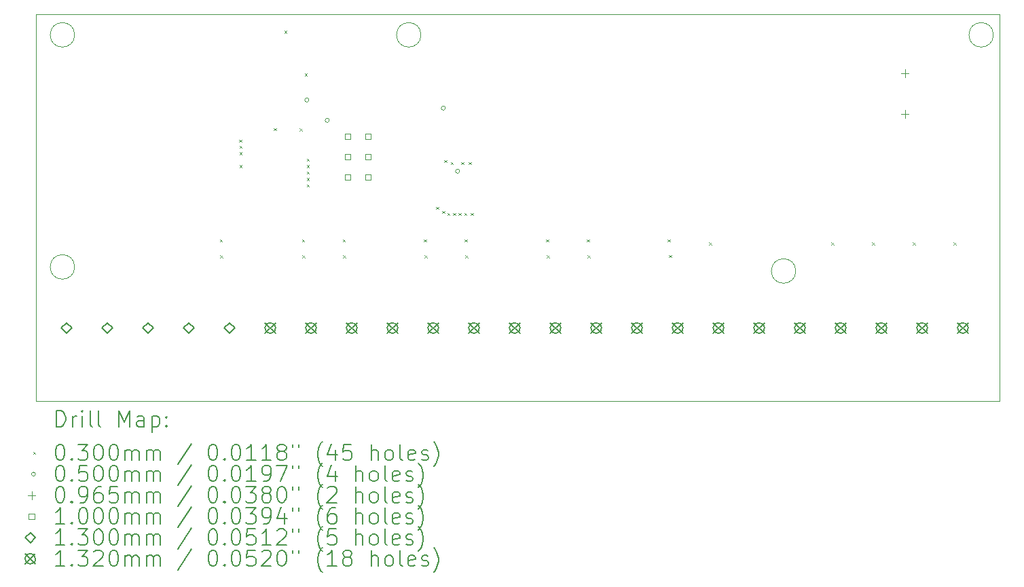
<source format=gbr>
%TF.GenerationSoftware,KiCad,Pcbnew,7.0.6*%
%TF.CreationDate,2025-01-04T20:54:14+10:30*%
%TF.ProjectId,Security Panel Mainboard,53656375-7269-4747-9920-50616e656c20,rev?*%
%TF.SameCoordinates,Original*%
%TF.FileFunction,Drillmap*%
%TF.FilePolarity,Positive*%
%FSLAX45Y45*%
G04 Gerber Fmt 4.5, Leading zero omitted, Abs format (unit mm)*
G04 Created by KiCad (PCBNEW 7.0.6) date 2025-01-04 20:54:14*
%MOMM*%
%LPD*%
G01*
G04 APERTURE LIST*
%ADD10C,0.100000*%
%ADD11C,0.200000*%
%ADD12C,0.030000*%
%ADD13C,0.050000*%
%ADD14C,0.096520*%
%ADD15C,0.130000*%
%ADD16C,0.132000*%
G04 APERTURE END LIST*
D10*
X17780000Y-14376400D02*
G75*
G03*
X17780000Y-14376400I-152400J0D01*
G01*
X20243800Y-11430000D02*
G75*
G03*
X20243800Y-11430000I-152400J0D01*
G01*
X13106400Y-11430000D02*
G75*
G03*
X13106400Y-11430000I-152400J0D01*
G01*
X8788400Y-11430000D02*
G75*
G03*
X8788400Y-11430000I-152400J0D01*
G01*
X8788400Y-14325600D02*
G75*
G03*
X8788400Y-14325600I-152400J0D01*
G01*
X13462000Y-11176000D02*
X20320000Y-11176000D01*
X20320000Y-11176000D02*
X20320000Y-16002000D01*
X8305800Y-11176000D02*
X13462000Y-11176000D01*
X8305800Y-16002000D02*
X8305800Y-11176000D01*
X20320000Y-16002000D02*
X8305800Y-16002000D01*
D11*
D12*
X10599660Y-13982940D02*
X10629660Y-14012940D01*
X10629660Y-13982940D02*
X10599660Y-14012940D01*
X10604740Y-14178520D02*
X10634740Y-14208520D01*
X10634740Y-14178520D02*
X10604740Y-14208520D01*
X10840960Y-12735800D02*
X10870960Y-12765800D01*
X10870960Y-12735800D02*
X10840960Y-12765800D01*
X10843500Y-12895820D02*
X10873500Y-12925820D01*
X10873500Y-12895820D02*
X10843500Y-12925820D01*
X10843500Y-13053300D02*
X10873500Y-13083300D01*
X10873500Y-13053300D02*
X10843500Y-13083300D01*
X10846040Y-12814540D02*
X10876040Y-12844540D01*
X10876040Y-12814540D02*
X10846040Y-12844540D01*
X11272760Y-12593560D02*
X11302760Y-12623560D01*
X11302760Y-12593560D02*
X11272760Y-12623560D01*
X11402300Y-11376900D02*
X11432300Y-11406900D01*
X11432300Y-11376900D02*
X11402300Y-11406900D01*
X11592800Y-12596100D02*
X11622800Y-12626100D01*
X11622800Y-12596100D02*
X11592800Y-12626100D01*
X11623280Y-13982940D02*
X11653280Y-14012940D01*
X11653280Y-13982940D02*
X11623280Y-14012940D01*
X11625820Y-14178520D02*
X11655820Y-14208520D01*
X11655820Y-14178520D02*
X11625820Y-14208520D01*
X11656300Y-11910300D02*
X11686300Y-11940300D01*
X11686300Y-11910300D02*
X11656300Y-11940300D01*
X11681700Y-13294600D02*
X11711700Y-13324600D01*
X11711700Y-13294600D02*
X11681700Y-13324600D01*
X11684240Y-12974560D02*
X11714240Y-13004560D01*
X11714240Y-12974560D02*
X11684240Y-13004560D01*
X11684240Y-13055840D02*
X11714240Y-13085840D01*
X11714240Y-13055840D02*
X11684240Y-13085840D01*
X11684240Y-13134580D02*
X11714240Y-13164580D01*
X11714240Y-13134580D02*
X11684240Y-13164580D01*
X11684240Y-13215860D02*
X11714240Y-13245860D01*
X11714240Y-13215860D02*
X11684240Y-13245860D01*
X12131280Y-13980400D02*
X12161280Y-14010400D01*
X12161280Y-13980400D02*
X12131280Y-14010400D01*
X12133820Y-14178520D02*
X12163820Y-14208520D01*
X12163820Y-14178520D02*
X12133820Y-14208520D01*
X13142200Y-13982940D02*
X13172200Y-14012940D01*
X13172200Y-13982940D02*
X13142200Y-14012940D01*
X13149820Y-14178520D02*
X13179820Y-14208520D01*
X13179820Y-14178520D02*
X13149820Y-14208520D01*
X13294600Y-13574000D02*
X13324600Y-13604000D01*
X13324600Y-13574000D02*
X13294600Y-13604000D01*
X13370800Y-13624800D02*
X13400800Y-13654800D01*
X13400800Y-13624800D02*
X13370800Y-13654800D01*
X13396200Y-12989800D02*
X13426200Y-13019800D01*
X13426200Y-12989800D02*
X13396200Y-13019800D01*
X13435775Y-13650708D02*
X13465775Y-13680708D01*
X13465775Y-13650708D02*
X13435775Y-13680708D01*
X13477480Y-13015200D02*
X13507480Y-13045200D01*
X13507480Y-13015200D02*
X13477480Y-13045200D01*
X13505723Y-13650135D02*
X13535723Y-13680135D01*
X13535723Y-13650135D02*
X13505723Y-13680135D01*
X13575673Y-13650202D02*
X13605673Y-13680202D01*
X13605673Y-13650202D02*
X13575673Y-13680202D01*
X13609560Y-13015200D02*
X13639560Y-13045200D01*
X13639560Y-13015200D02*
X13609560Y-13045200D01*
X13645624Y-13650200D02*
X13675624Y-13680200D01*
X13675624Y-13650200D02*
X13645624Y-13680200D01*
X13650200Y-13980400D02*
X13680200Y-14010400D01*
X13680200Y-13980400D02*
X13650200Y-14010400D01*
X13657820Y-14178520D02*
X13687820Y-14208520D01*
X13687820Y-14178520D02*
X13657820Y-14208520D01*
X13701000Y-13015200D02*
X13731000Y-13045200D01*
X13731000Y-13015200D02*
X13701000Y-13045200D01*
X13726400Y-13650200D02*
X13756400Y-13680200D01*
X13756400Y-13650200D02*
X13726400Y-13680200D01*
X14666200Y-13982940D02*
X14696200Y-14012940D01*
X14696200Y-13982940D02*
X14666200Y-14012940D01*
X14673820Y-14178520D02*
X14703820Y-14208520D01*
X14703820Y-14178520D02*
X14673820Y-14208520D01*
X15176740Y-13980400D02*
X15206740Y-14010400D01*
X15206740Y-13980400D02*
X15176740Y-14010400D01*
X15181820Y-14178520D02*
X15211820Y-14208520D01*
X15211820Y-14178520D02*
X15181820Y-14208520D01*
X16182580Y-13982940D02*
X16212580Y-14012940D01*
X16212580Y-13982940D02*
X16182580Y-14012940D01*
X16197820Y-14175980D02*
X16227820Y-14205980D01*
X16227820Y-14175980D02*
X16197820Y-14205980D01*
X16698200Y-14018500D02*
X16728200Y-14048500D01*
X16728200Y-14018500D02*
X16698200Y-14048500D01*
X18222200Y-14018500D02*
X18252200Y-14048500D01*
X18252200Y-14018500D02*
X18222200Y-14048500D01*
X18730200Y-14018500D02*
X18760200Y-14048500D01*
X18760200Y-14018500D02*
X18730200Y-14048500D01*
X19238200Y-14018500D02*
X19268200Y-14048500D01*
X19268200Y-14018500D02*
X19238200Y-14048500D01*
X19746200Y-14018500D02*
X19776200Y-14048500D01*
X19776200Y-14018500D02*
X19746200Y-14048500D01*
D13*
X11709000Y-12242800D02*
G75*
G03*
X11709000Y-12242800I-25000J0D01*
G01*
X11963000Y-12496800D02*
G75*
G03*
X11963000Y-12496800I-25000J0D01*
G01*
X13410800Y-12344400D02*
G75*
G03*
X13410800Y-12344400I-25000J0D01*
G01*
X13588600Y-13131800D02*
G75*
G03*
X13588600Y-13131800I-25000J0D01*
G01*
D14*
X19141530Y-11861800D02*
X19141530Y-11958320D01*
X19093270Y-11910060D02*
X19189790Y-11910060D01*
X19141530Y-12369800D02*
X19141530Y-12466320D01*
X19093270Y-12418060D02*
X19189790Y-12418060D01*
D10*
X12227856Y-12733856D02*
X12227856Y-12663144D01*
X12157144Y-12663144D01*
X12157144Y-12733856D01*
X12227856Y-12733856D01*
X12227856Y-12987856D02*
X12227856Y-12917144D01*
X12157144Y-12917144D01*
X12157144Y-12987856D01*
X12227856Y-12987856D01*
X12227856Y-13241856D02*
X12227856Y-13171144D01*
X12157144Y-13171144D01*
X12157144Y-13241856D01*
X12227856Y-13241856D01*
X12481856Y-12733856D02*
X12481856Y-12663144D01*
X12411144Y-12663144D01*
X12411144Y-12733856D01*
X12481856Y-12733856D01*
X12481856Y-12987856D02*
X12481856Y-12917144D01*
X12411144Y-12917144D01*
X12411144Y-12987856D01*
X12481856Y-12987856D01*
X12481856Y-13241856D02*
X12481856Y-13171144D01*
X12411144Y-13171144D01*
X12411144Y-13241856D01*
X12481856Y-13241856D01*
D15*
X8686800Y-15152600D02*
X8751800Y-15087600D01*
X8686800Y-15022600D01*
X8621800Y-15087600D01*
X8686800Y-15152600D01*
X9194800Y-15152600D02*
X9259800Y-15087600D01*
X9194800Y-15022600D01*
X9129800Y-15087600D01*
X9194800Y-15152600D01*
X9702800Y-15152600D02*
X9767800Y-15087600D01*
X9702800Y-15022600D01*
X9637800Y-15087600D01*
X9702800Y-15152600D01*
X10210800Y-15152600D02*
X10275800Y-15087600D01*
X10210800Y-15022600D01*
X10145800Y-15087600D01*
X10210800Y-15152600D01*
X10718800Y-15152600D02*
X10783800Y-15087600D01*
X10718800Y-15022600D01*
X10653800Y-15087600D01*
X10718800Y-15152600D01*
D16*
X11160800Y-15021600D02*
X11292800Y-15153600D01*
X11292800Y-15021600D02*
X11160800Y-15153600D01*
X11292800Y-15087600D02*
G75*
G03*
X11292800Y-15087600I-66000J0D01*
G01*
X11668800Y-15021600D02*
X11800800Y-15153600D01*
X11800800Y-15021600D02*
X11668800Y-15153600D01*
X11800800Y-15087600D02*
G75*
G03*
X11800800Y-15087600I-66000J0D01*
G01*
X12176800Y-15021600D02*
X12308800Y-15153600D01*
X12308800Y-15021600D02*
X12176800Y-15153600D01*
X12308800Y-15087600D02*
G75*
G03*
X12308800Y-15087600I-66000J0D01*
G01*
X12684800Y-15021600D02*
X12816800Y-15153600D01*
X12816800Y-15021600D02*
X12684800Y-15153600D01*
X12816800Y-15087600D02*
G75*
G03*
X12816800Y-15087600I-66000J0D01*
G01*
X13192800Y-15021600D02*
X13324800Y-15153600D01*
X13324800Y-15021600D02*
X13192800Y-15153600D01*
X13324800Y-15087600D02*
G75*
G03*
X13324800Y-15087600I-66000J0D01*
G01*
X13700800Y-15021600D02*
X13832800Y-15153600D01*
X13832800Y-15021600D02*
X13700800Y-15153600D01*
X13832800Y-15087600D02*
G75*
G03*
X13832800Y-15087600I-66000J0D01*
G01*
X14208800Y-15021600D02*
X14340800Y-15153600D01*
X14340800Y-15021600D02*
X14208800Y-15153600D01*
X14340800Y-15087600D02*
G75*
G03*
X14340800Y-15087600I-66000J0D01*
G01*
X14716800Y-15021600D02*
X14848800Y-15153600D01*
X14848800Y-15021600D02*
X14716800Y-15153600D01*
X14848800Y-15087600D02*
G75*
G03*
X14848800Y-15087600I-66000J0D01*
G01*
X15224800Y-15021600D02*
X15356800Y-15153600D01*
X15356800Y-15021600D02*
X15224800Y-15153600D01*
X15356800Y-15087600D02*
G75*
G03*
X15356800Y-15087600I-66000J0D01*
G01*
X15732800Y-15021600D02*
X15864800Y-15153600D01*
X15864800Y-15021600D02*
X15732800Y-15153600D01*
X15864800Y-15087600D02*
G75*
G03*
X15864800Y-15087600I-66000J0D01*
G01*
X16240800Y-15021600D02*
X16372800Y-15153600D01*
X16372800Y-15021600D02*
X16240800Y-15153600D01*
X16372800Y-15087600D02*
G75*
G03*
X16372800Y-15087600I-66000J0D01*
G01*
X16748800Y-15021600D02*
X16880800Y-15153600D01*
X16880800Y-15021600D02*
X16748800Y-15153600D01*
X16880800Y-15087600D02*
G75*
G03*
X16880800Y-15087600I-66000J0D01*
G01*
X17256800Y-15021600D02*
X17388800Y-15153600D01*
X17388800Y-15021600D02*
X17256800Y-15153600D01*
X17388800Y-15087600D02*
G75*
G03*
X17388800Y-15087600I-66000J0D01*
G01*
X17764800Y-15021600D02*
X17896800Y-15153600D01*
X17896800Y-15021600D02*
X17764800Y-15153600D01*
X17896800Y-15087600D02*
G75*
G03*
X17896800Y-15087600I-66000J0D01*
G01*
X18272800Y-15021600D02*
X18404800Y-15153600D01*
X18404800Y-15021600D02*
X18272800Y-15153600D01*
X18404800Y-15087600D02*
G75*
G03*
X18404800Y-15087600I-66000J0D01*
G01*
X18780800Y-15021600D02*
X18912800Y-15153600D01*
X18912800Y-15021600D02*
X18780800Y-15153600D01*
X18912800Y-15087600D02*
G75*
G03*
X18912800Y-15087600I-66000J0D01*
G01*
X19288800Y-15021600D02*
X19420800Y-15153600D01*
X19420800Y-15021600D02*
X19288800Y-15153600D01*
X19420800Y-15087600D02*
G75*
G03*
X19420800Y-15087600I-66000J0D01*
G01*
X19796800Y-15021600D02*
X19928800Y-15153600D01*
X19928800Y-15021600D02*
X19796800Y-15153600D01*
X19928800Y-15087600D02*
G75*
G03*
X19928800Y-15087600I-66000J0D01*
G01*
D11*
X8561577Y-16318484D02*
X8561577Y-16118484D01*
X8561577Y-16118484D02*
X8609196Y-16118484D01*
X8609196Y-16118484D02*
X8637767Y-16128008D01*
X8637767Y-16128008D02*
X8656815Y-16147055D01*
X8656815Y-16147055D02*
X8666339Y-16166103D01*
X8666339Y-16166103D02*
X8675863Y-16204198D01*
X8675863Y-16204198D02*
X8675863Y-16232769D01*
X8675863Y-16232769D02*
X8666339Y-16270865D01*
X8666339Y-16270865D02*
X8656815Y-16289912D01*
X8656815Y-16289912D02*
X8637767Y-16308960D01*
X8637767Y-16308960D02*
X8609196Y-16318484D01*
X8609196Y-16318484D02*
X8561577Y-16318484D01*
X8761577Y-16318484D02*
X8761577Y-16185150D01*
X8761577Y-16223246D02*
X8771101Y-16204198D01*
X8771101Y-16204198D02*
X8780624Y-16194674D01*
X8780624Y-16194674D02*
X8799672Y-16185150D01*
X8799672Y-16185150D02*
X8818720Y-16185150D01*
X8885386Y-16318484D02*
X8885386Y-16185150D01*
X8885386Y-16118484D02*
X8875863Y-16128008D01*
X8875863Y-16128008D02*
X8885386Y-16137531D01*
X8885386Y-16137531D02*
X8894910Y-16128008D01*
X8894910Y-16128008D02*
X8885386Y-16118484D01*
X8885386Y-16118484D02*
X8885386Y-16137531D01*
X9009196Y-16318484D02*
X8990148Y-16308960D01*
X8990148Y-16308960D02*
X8980624Y-16289912D01*
X8980624Y-16289912D02*
X8980624Y-16118484D01*
X9113958Y-16318484D02*
X9094910Y-16308960D01*
X9094910Y-16308960D02*
X9085386Y-16289912D01*
X9085386Y-16289912D02*
X9085386Y-16118484D01*
X9342529Y-16318484D02*
X9342529Y-16118484D01*
X9342529Y-16118484D02*
X9409196Y-16261341D01*
X9409196Y-16261341D02*
X9475863Y-16118484D01*
X9475863Y-16118484D02*
X9475863Y-16318484D01*
X9656815Y-16318484D02*
X9656815Y-16213722D01*
X9656815Y-16213722D02*
X9647291Y-16194674D01*
X9647291Y-16194674D02*
X9628244Y-16185150D01*
X9628244Y-16185150D02*
X9590148Y-16185150D01*
X9590148Y-16185150D02*
X9571101Y-16194674D01*
X9656815Y-16308960D02*
X9637767Y-16318484D01*
X9637767Y-16318484D02*
X9590148Y-16318484D01*
X9590148Y-16318484D02*
X9571101Y-16308960D01*
X9571101Y-16308960D02*
X9561577Y-16289912D01*
X9561577Y-16289912D02*
X9561577Y-16270865D01*
X9561577Y-16270865D02*
X9571101Y-16251817D01*
X9571101Y-16251817D02*
X9590148Y-16242293D01*
X9590148Y-16242293D02*
X9637767Y-16242293D01*
X9637767Y-16242293D02*
X9656815Y-16232769D01*
X9752053Y-16185150D02*
X9752053Y-16385150D01*
X9752053Y-16194674D02*
X9771101Y-16185150D01*
X9771101Y-16185150D02*
X9809196Y-16185150D01*
X9809196Y-16185150D02*
X9828244Y-16194674D01*
X9828244Y-16194674D02*
X9837767Y-16204198D01*
X9837767Y-16204198D02*
X9847291Y-16223246D01*
X9847291Y-16223246D02*
X9847291Y-16280388D01*
X9847291Y-16280388D02*
X9837767Y-16299436D01*
X9837767Y-16299436D02*
X9828244Y-16308960D01*
X9828244Y-16308960D02*
X9809196Y-16318484D01*
X9809196Y-16318484D02*
X9771101Y-16318484D01*
X9771101Y-16318484D02*
X9752053Y-16308960D01*
X9933005Y-16299436D02*
X9942529Y-16308960D01*
X9942529Y-16308960D02*
X9933005Y-16318484D01*
X9933005Y-16318484D02*
X9923482Y-16308960D01*
X9923482Y-16308960D02*
X9933005Y-16299436D01*
X9933005Y-16299436D02*
X9933005Y-16318484D01*
X9933005Y-16194674D02*
X9942529Y-16204198D01*
X9942529Y-16204198D02*
X9933005Y-16213722D01*
X9933005Y-16213722D02*
X9923482Y-16204198D01*
X9923482Y-16204198D02*
X9933005Y-16194674D01*
X9933005Y-16194674D02*
X9933005Y-16213722D01*
D12*
X8270800Y-16632000D02*
X8300800Y-16662000D01*
X8300800Y-16632000D02*
X8270800Y-16662000D01*
D11*
X8599672Y-16538484D02*
X8618720Y-16538484D01*
X8618720Y-16538484D02*
X8637767Y-16548008D01*
X8637767Y-16548008D02*
X8647291Y-16557531D01*
X8647291Y-16557531D02*
X8656815Y-16576579D01*
X8656815Y-16576579D02*
X8666339Y-16614674D01*
X8666339Y-16614674D02*
X8666339Y-16662293D01*
X8666339Y-16662293D02*
X8656815Y-16700388D01*
X8656815Y-16700388D02*
X8647291Y-16719436D01*
X8647291Y-16719436D02*
X8637767Y-16728960D01*
X8637767Y-16728960D02*
X8618720Y-16738484D01*
X8618720Y-16738484D02*
X8599672Y-16738484D01*
X8599672Y-16738484D02*
X8580624Y-16728960D01*
X8580624Y-16728960D02*
X8571101Y-16719436D01*
X8571101Y-16719436D02*
X8561577Y-16700388D01*
X8561577Y-16700388D02*
X8552053Y-16662293D01*
X8552053Y-16662293D02*
X8552053Y-16614674D01*
X8552053Y-16614674D02*
X8561577Y-16576579D01*
X8561577Y-16576579D02*
X8571101Y-16557531D01*
X8571101Y-16557531D02*
X8580624Y-16548008D01*
X8580624Y-16548008D02*
X8599672Y-16538484D01*
X8752053Y-16719436D02*
X8761577Y-16728960D01*
X8761577Y-16728960D02*
X8752053Y-16738484D01*
X8752053Y-16738484D02*
X8742529Y-16728960D01*
X8742529Y-16728960D02*
X8752053Y-16719436D01*
X8752053Y-16719436D02*
X8752053Y-16738484D01*
X8828244Y-16538484D02*
X8952053Y-16538484D01*
X8952053Y-16538484D02*
X8885386Y-16614674D01*
X8885386Y-16614674D02*
X8913958Y-16614674D01*
X8913958Y-16614674D02*
X8933005Y-16624198D01*
X8933005Y-16624198D02*
X8942529Y-16633722D01*
X8942529Y-16633722D02*
X8952053Y-16652769D01*
X8952053Y-16652769D02*
X8952053Y-16700388D01*
X8952053Y-16700388D02*
X8942529Y-16719436D01*
X8942529Y-16719436D02*
X8933005Y-16728960D01*
X8933005Y-16728960D02*
X8913958Y-16738484D01*
X8913958Y-16738484D02*
X8856815Y-16738484D01*
X8856815Y-16738484D02*
X8837767Y-16728960D01*
X8837767Y-16728960D02*
X8828244Y-16719436D01*
X9075863Y-16538484D02*
X9094910Y-16538484D01*
X9094910Y-16538484D02*
X9113958Y-16548008D01*
X9113958Y-16548008D02*
X9123482Y-16557531D01*
X9123482Y-16557531D02*
X9133005Y-16576579D01*
X9133005Y-16576579D02*
X9142529Y-16614674D01*
X9142529Y-16614674D02*
X9142529Y-16662293D01*
X9142529Y-16662293D02*
X9133005Y-16700388D01*
X9133005Y-16700388D02*
X9123482Y-16719436D01*
X9123482Y-16719436D02*
X9113958Y-16728960D01*
X9113958Y-16728960D02*
X9094910Y-16738484D01*
X9094910Y-16738484D02*
X9075863Y-16738484D01*
X9075863Y-16738484D02*
X9056815Y-16728960D01*
X9056815Y-16728960D02*
X9047291Y-16719436D01*
X9047291Y-16719436D02*
X9037767Y-16700388D01*
X9037767Y-16700388D02*
X9028244Y-16662293D01*
X9028244Y-16662293D02*
X9028244Y-16614674D01*
X9028244Y-16614674D02*
X9037767Y-16576579D01*
X9037767Y-16576579D02*
X9047291Y-16557531D01*
X9047291Y-16557531D02*
X9056815Y-16548008D01*
X9056815Y-16548008D02*
X9075863Y-16538484D01*
X9266339Y-16538484D02*
X9285386Y-16538484D01*
X9285386Y-16538484D02*
X9304434Y-16548008D01*
X9304434Y-16548008D02*
X9313958Y-16557531D01*
X9313958Y-16557531D02*
X9323482Y-16576579D01*
X9323482Y-16576579D02*
X9333005Y-16614674D01*
X9333005Y-16614674D02*
X9333005Y-16662293D01*
X9333005Y-16662293D02*
X9323482Y-16700388D01*
X9323482Y-16700388D02*
X9313958Y-16719436D01*
X9313958Y-16719436D02*
X9304434Y-16728960D01*
X9304434Y-16728960D02*
X9285386Y-16738484D01*
X9285386Y-16738484D02*
X9266339Y-16738484D01*
X9266339Y-16738484D02*
X9247291Y-16728960D01*
X9247291Y-16728960D02*
X9237767Y-16719436D01*
X9237767Y-16719436D02*
X9228244Y-16700388D01*
X9228244Y-16700388D02*
X9218720Y-16662293D01*
X9218720Y-16662293D02*
X9218720Y-16614674D01*
X9218720Y-16614674D02*
X9228244Y-16576579D01*
X9228244Y-16576579D02*
X9237767Y-16557531D01*
X9237767Y-16557531D02*
X9247291Y-16548008D01*
X9247291Y-16548008D02*
X9266339Y-16538484D01*
X9418720Y-16738484D02*
X9418720Y-16605150D01*
X9418720Y-16624198D02*
X9428244Y-16614674D01*
X9428244Y-16614674D02*
X9447291Y-16605150D01*
X9447291Y-16605150D02*
X9475863Y-16605150D01*
X9475863Y-16605150D02*
X9494910Y-16614674D01*
X9494910Y-16614674D02*
X9504434Y-16633722D01*
X9504434Y-16633722D02*
X9504434Y-16738484D01*
X9504434Y-16633722D02*
X9513958Y-16614674D01*
X9513958Y-16614674D02*
X9533005Y-16605150D01*
X9533005Y-16605150D02*
X9561577Y-16605150D01*
X9561577Y-16605150D02*
X9580625Y-16614674D01*
X9580625Y-16614674D02*
X9590148Y-16633722D01*
X9590148Y-16633722D02*
X9590148Y-16738484D01*
X9685386Y-16738484D02*
X9685386Y-16605150D01*
X9685386Y-16624198D02*
X9694910Y-16614674D01*
X9694910Y-16614674D02*
X9713958Y-16605150D01*
X9713958Y-16605150D02*
X9742529Y-16605150D01*
X9742529Y-16605150D02*
X9761577Y-16614674D01*
X9761577Y-16614674D02*
X9771101Y-16633722D01*
X9771101Y-16633722D02*
X9771101Y-16738484D01*
X9771101Y-16633722D02*
X9780625Y-16614674D01*
X9780625Y-16614674D02*
X9799672Y-16605150D01*
X9799672Y-16605150D02*
X9828244Y-16605150D01*
X9828244Y-16605150D02*
X9847291Y-16614674D01*
X9847291Y-16614674D02*
X9856815Y-16633722D01*
X9856815Y-16633722D02*
X9856815Y-16738484D01*
X10247291Y-16528960D02*
X10075863Y-16786103D01*
X10504434Y-16538484D02*
X10523482Y-16538484D01*
X10523482Y-16538484D02*
X10542529Y-16548008D01*
X10542529Y-16548008D02*
X10552053Y-16557531D01*
X10552053Y-16557531D02*
X10561577Y-16576579D01*
X10561577Y-16576579D02*
X10571101Y-16614674D01*
X10571101Y-16614674D02*
X10571101Y-16662293D01*
X10571101Y-16662293D02*
X10561577Y-16700388D01*
X10561577Y-16700388D02*
X10552053Y-16719436D01*
X10552053Y-16719436D02*
X10542529Y-16728960D01*
X10542529Y-16728960D02*
X10523482Y-16738484D01*
X10523482Y-16738484D02*
X10504434Y-16738484D01*
X10504434Y-16738484D02*
X10485387Y-16728960D01*
X10485387Y-16728960D02*
X10475863Y-16719436D01*
X10475863Y-16719436D02*
X10466339Y-16700388D01*
X10466339Y-16700388D02*
X10456815Y-16662293D01*
X10456815Y-16662293D02*
X10456815Y-16614674D01*
X10456815Y-16614674D02*
X10466339Y-16576579D01*
X10466339Y-16576579D02*
X10475863Y-16557531D01*
X10475863Y-16557531D02*
X10485387Y-16548008D01*
X10485387Y-16548008D02*
X10504434Y-16538484D01*
X10656815Y-16719436D02*
X10666339Y-16728960D01*
X10666339Y-16728960D02*
X10656815Y-16738484D01*
X10656815Y-16738484D02*
X10647291Y-16728960D01*
X10647291Y-16728960D02*
X10656815Y-16719436D01*
X10656815Y-16719436D02*
X10656815Y-16738484D01*
X10790148Y-16538484D02*
X10809196Y-16538484D01*
X10809196Y-16538484D02*
X10828244Y-16548008D01*
X10828244Y-16548008D02*
X10837768Y-16557531D01*
X10837768Y-16557531D02*
X10847291Y-16576579D01*
X10847291Y-16576579D02*
X10856815Y-16614674D01*
X10856815Y-16614674D02*
X10856815Y-16662293D01*
X10856815Y-16662293D02*
X10847291Y-16700388D01*
X10847291Y-16700388D02*
X10837768Y-16719436D01*
X10837768Y-16719436D02*
X10828244Y-16728960D01*
X10828244Y-16728960D02*
X10809196Y-16738484D01*
X10809196Y-16738484D02*
X10790148Y-16738484D01*
X10790148Y-16738484D02*
X10771101Y-16728960D01*
X10771101Y-16728960D02*
X10761577Y-16719436D01*
X10761577Y-16719436D02*
X10752053Y-16700388D01*
X10752053Y-16700388D02*
X10742529Y-16662293D01*
X10742529Y-16662293D02*
X10742529Y-16614674D01*
X10742529Y-16614674D02*
X10752053Y-16576579D01*
X10752053Y-16576579D02*
X10761577Y-16557531D01*
X10761577Y-16557531D02*
X10771101Y-16548008D01*
X10771101Y-16548008D02*
X10790148Y-16538484D01*
X11047291Y-16738484D02*
X10933006Y-16738484D01*
X10990148Y-16738484D02*
X10990148Y-16538484D01*
X10990148Y-16538484D02*
X10971101Y-16567055D01*
X10971101Y-16567055D02*
X10952053Y-16586103D01*
X10952053Y-16586103D02*
X10933006Y-16595627D01*
X11237767Y-16738484D02*
X11123482Y-16738484D01*
X11180625Y-16738484D02*
X11180625Y-16538484D01*
X11180625Y-16538484D02*
X11161577Y-16567055D01*
X11161577Y-16567055D02*
X11142529Y-16586103D01*
X11142529Y-16586103D02*
X11123482Y-16595627D01*
X11352053Y-16624198D02*
X11333006Y-16614674D01*
X11333006Y-16614674D02*
X11323482Y-16605150D01*
X11323482Y-16605150D02*
X11313958Y-16586103D01*
X11313958Y-16586103D02*
X11313958Y-16576579D01*
X11313958Y-16576579D02*
X11323482Y-16557531D01*
X11323482Y-16557531D02*
X11333006Y-16548008D01*
X11333006Y-16548008D02*
X11352053Y-16538484D01*
X11352053Y-16538484D02*
X11390148Y-16538484D01*
X11390148Y-16538484D02*
X11409196Y-16548008D01*
X11409196Y-16548008D02*
X11418720Y-16557531D01*
X11418720Y-16557531D02*
X11428244Y-16576579D01*
X11428244Y-16576579D02*
X11428244Y-16586103D01*
X11428244Y-16586103D02*
X11418720Y-16605150D01*
X11418720Y-16605150D02*
X11409196Y-16614674D01*
X11409196Y-16614674D02*
X11390148Y-16624198D01*
X11390148Y-16624198D02*
X11352053Y-16624198D01*
X11352053Y-16624198D02*
X11333006Y-16633722D01*
X11333006Y-16633722D02*
X11323482Y-16643246D01*
X11323482Y-16643246D02*
X11313958Y-16662293D01*
X11313958Y-16662293D02*
X11313958Y-16700388D01*
X11313958Y-16700388D02*
X11323482Y-16719436D01*
X11323482Y-16719436D02*
X11333006Y-16728960D01*
X11333006Y-16728960D02*
X11352053Y-16738484D01*
X11352053Y-16738484D02*
X11390148Y-16738484D01*
X11390148Y-16738484D02*
X11409196Y-16728960D01*
X11409196Y-16728960D02*
X11418720Y-16719436D01*
X11418720Y-16719436D02*
X11428244Y-16700388D01*
X11428244Y-16700388D02*
X11428244Y-16662293D01*
X11428244Y-16662293D02*
X11418720Y-16643246D01*
X11418720Y-16643246D02*
X11409196Y-16633722D01*
X11409196Y-16633722D02*
X11390148Y-16624198D01*
X11504434Y-16538484D02*
X11504434Y-16576579D01*
X11580625Y-16538484D02*
X11580625Y-16576579D01*
X11875863Y-16814674D02*
X11866339Y-16805150D01*
X11866339Y-16805150D02*
X11847291Y-16776579D01*
X11847291Y-16776579D02*
X11837768Y-16757531D01*
X11837768Y-16757531D02*
X11828244Y-16728960D01*
X11828244Y-16728960D02*
X11818720Y-16681341D01*
X11818720Y-16681341D02*
X11818720Y-16643246D01*
X11818720Y-16643246D02*
X11828244Y-16595627D01*
X11828244Y-16595627D02*
X11837768Y-16567055D01*
X11837768Y-16567055D02*
X11847291Y-16548008D01*
X11847291Y-16548008D02*
X11866339Y-16519436D01*
X11866339Y-16519436D02*
X11875863Y-16509912D01*
X12037768Y-16605150D02*
X12037768Y-16738484D01*
X11990148Y-16528960D02*
X11942529Y-16671817D01*
X11942529Y-16671817D02*
X12066339Y-16671817D01*
X12237768Y-16538484D02*
X12142529Y-16538484D01*
X12142529Y-16538484D02*
X12133006Y-16633722D01*
X12133006Y-16633722D02*
X12142529Y-16624198D01*
X12142529Y-16624198D02*
X12161577Y-16614674D01*
X12161577Y-16614674D02*
X12209196Y-16614674D01*
X12209196Y-16614674D02*
X12228244Y-16624198D01*
X12228244Y-16624198D02*
X12237768Y-16633722D01*
X12237768Y-16633722D02*
X12247291Y-16652769D01*
X12247291Y-16652769D02*
X12247291Y-16700388D01*
X12247291Y-16700388D02*
X12237768Y-16719436D01*
X12237768Y-16719436D02*
X12228244Y-16728960D01*
X12228244Y-16728960D02*
X12209196Y-16738484D01*
X12209196Y-16738484D02*
X12161577Y-16738484D01*
X12161577Y-16738484D02*
X12142529Y-16728960D01*
X12142529Y-16728960D02*
X12133006Y-16719436D01*
X12485387Y-16738484D02*
X12485387Y-16538484D01*
X12571101Y-16738484D02*
X12571101Y-16633722D01*
X12571101Y-16633722D02*
X12561577Y-16614674D01*
X12561577Y-16614674D02*
X12542530Y-16605150D01*
X12542530Y-16605150D02*
X12513958Y-16605150D01*
X12513958Y-16605150D02*
X12494910Y-16614674D01*
X12494910Y-16614674D02*
X12485387Y-16624198D01*
X12694910Y-16738484D02*
X12675863Y-16728960D01*
X12675863Y-16728960D02*
X12666339Y-16719436D01*
X12666339Y-16719436D02*
X12656815Y-16700388D01*
X12656815Y-16700388D02*
X12656815Y-16643246D01*
X12656815Y-16643246D02*
X12666339Y-16624198D01*
X12666339Y-16624198D02*
X12675863Y-16614674D01*
X12675863Y-16614674D02*
X12694910Y-16605150D01*
X12694910Y-16605150D02*
X12723482Y-16605150D01*
X12723482Y-16605150D02*
X12742530Y-16614674D01*
X12742530Y-16614674D02*
X12752053Y-16624198D01*
X12752053Y-16624198D02*
X12761577Y-16643246D01*
X12761577Y-16643246D02*
X12761577Y-16700388D01*
X12761577Y-16700388D02*
X12752053Y-16719436D01*
X12752053Y-16719436D02*
X12742530Y-16728960D01*
X12742530Y-16728960D02*
X12723482Y-16738484D01*
X12723482Y-16738484D02*
X12694910Y-16738484D01*
X12875863Y-16738484D02*
X12856815Y-16728960D01*
X12856815Y-16728960D02*
X12847291Y-16709912D01*
X12847291Y-16709912D02*
X12847291Y-16538484D01*
X13028244Y-16728960D02*
X13009196Y-16738484D01*
X13009196Y-16738484D02*
X12971101Y-16738484D01*
X12971101Y-16738484D02*
X12952053Y-16728960D01*
X12952053Y-16728960D02*
X12942530Y-16709912D01*
X12942530Y-16709912D02*
X12942530Y-16633722D01*
X12942530Y-16633722D02*
X12952053Y-16614674D01*
X12952053Y-16614674D02*
X12971101Y-16605150D01*
X12971101Y-16605150D02*
X13009196Y-16605150D01*
X13009196Y-16605150D02*
X13028244Y-16614674D01*
X13028244Y-16614674D02*
X13037768Y-16633722D01*
X13037768Y-16633722D02*
X13037768Y-16652769D01*
X13037768Y-16652769D02*
X12942530Y-16671817D01*
X13113958Y-16728960D02*
X13133006Y-16738484D01*
X13133006Y-16738484D02*
X13171101Y-16738484D01*
X13171101Y-16738484D02*
X13190149Y-16728960D01*
X13190149Y-16728960D02*
X13199672Y-16709912D01*
X13199672Y-16709912D02*
X13199672Y-16700388D01*
X13199672Y-16700388D02*
X13190149Y-16681341D01*
X13190149Y-16681341D02*
X13171101Y-16671817D01*
X13171101Y-16671817D02*
X13142530Y-16671817D01*
X13142530Y-16671817D02*
X13123482Y-16662293D01*
X13123482Y-16662293D02*
X13113958Y-16643246D01*
X13113958Y-16643246D02*
X13113958Y-16633722D01*
X13113958Y-16633722D02*
X13123482Y-16614674D01*
X13123482Y-16614674D02*
X13142530Y-16605150D01*
X13142530Y-16605150D02*
X13171101Y-16605150D01*
X13171101Y-16605150D02*
X13190149Y-16614674D01*
X13266339Y-16814674D02*
X13275863Y-16805150D01*
X13275863Y-16805150D02*
X13294911Y-16776579D01*
X13294911Y-16776579D02*
X13304434Y-16757531D01*
X13304434Y-16757531D02*
X13313958Y-16728960D01*
X13313958Y-16728960D02*
X13323482Y-16681341D01*
X13323482Y-16681341D02*
X13323482Y-16643246D01*
X13323482Y-16643246D02*
X13313958Y-16595627D01*
X13313958Y-16595627D02*
X13304434Y-16567055D01*
X13304434Y-16567055D02*
X13294911Y-16548008D01*
X13294911Y-16548008D02*
X13275863Y-16519436D01*
X13275863Y-16519436D02*
X13266339Y-16509912D01*
D13*
X8300800Y-16911000D02*
G75*
G03*
X8300800Y-16911000I-25000J0D01*
G01*
D11*
X8599672Y-16802484D02*
X8618720Y-16802484D01*
X8618720Y-16802484D02*
X8637767Y-16812008D01*
X8637767Y-16812008D02*
X8647291Y-16821531D01*
X8647291Y-16821531D02*
X8656815Y-16840579D01*
X8656815Y-16840579D02*
X8666339Y-16878674D01*
X8666339Y-16878674D02*
X8666339Y-16926293D01*
X8666339Y-16926293D02*
X8656815Y-16964389D01*
X8656815Y-16964389D02*
X8647291Y-16983436D01*
X8647291Y-16983436D02*
X8637767Y-16992960D01*
X8637767Y-16992960D02*
X8618720Y-17002484D01*
X8618720Y-17002484D02*
X8599672Y-17002484D01*
X8599672Y-17002484D02*
X8580624Y-16992960D01*
X8580624Y-16992960D02*
X8571101Y-16983436D01*
X8571101Y-16983436D02*
X8561577Y-16964389D01*
X8561577Y-16964389D02*
X8552053Y-16926293D01*
X8552053Y-16926293D02*
X8552053Y-16878674D01*
X8552053Y-16878674D02*
X8561577Y-16840579D01*
X8561577Y-16840579D02*
X8571101Y-16821531D01*
X8571101Y-16821531D02*
X8580624Y-16812008D01*
X8580624Y-16812008D02*
X8599672Y-16802484D01*
X8752053Y-16983436D02*
X8761577Y-16992960D01*
X8761577Y-16992960D02*
X8752053Y-17002484D01*
X8752053Y-17002484D02*
X8742529Y-16992960D01*
X8742529Y-16992960D02*
X8752053Y-16983436D01*
X8752053Y-16983436D02*
X8752053Y-17002484D01*
X8942529Y-16802484D02*
X8847291Y-16802484D01*
X8847291Y-16802484D02*
X8837767Y-16897722D01*
X8837767Y-16897722D02*
X8847291Y-16888198D01*
X8847291Y-16888198D02*
X8866339Y-16878674D01*
X8866339Y-16878674D02*
X8913958Y-16878674D01*
X8913958Y-16878674D02*
X8933005Y-16888198D01*
X8933005Y-16888198D02*
X8942529Y-16897722D01*
X8942529Y-16897722D02*
X8952053Y-16916770D01*
X8952053Y-16916770D02*
X8952053Y-16964389D01*
X8952053Y-16964389D02*
X8942529Y-16983436D01*
X8942529Y-16983436D02*
X8933005Y-16992960D01*
X8933005Y-16992960D02*
X8913958Y-17002484D01*
X8913958Y-17002484D02*
X8866339Y-17002484D01*
X8866339Y-17002484D02*
X8847291Y-16992960D01*
X8847291Y-16992960D02*
X8837767Y-16983436D01*
X9075863Y-16802484D02*
X9094910Y-16802484D01*
X9094910Y-16802484D02*
X9113958Y-16812008D01*
X9113958Y-16812008D02*
X9123482Y-16821531D01*
X9123482Y-16821531D02*
X9133005Y-16840579D01*
X9133005Y-16840579D02*
X9142529Y-16878674D01*
X9142529Y-16878674D02*
X9142529Y-16926293D01*
X9142529Y-16926293D02*
X9133005Y-16964389D01*
X9133005Y-16964389D02*
X9123482Y-16983436D01*
X9123482Y-16983436D02*
X9113958Y-16992960D01*
X9113958Y-16992960D02*
X9094910Y-17002484D01*
X9094910Y-17002484D02*
X9075863Y-17002484D01*
X9075863Y-17002484D02*
X9056815Y-16992960D01*
X9056815Y-16992960D02*
X9047291Y-16983436D01*
X9047291Y-16983436D02*
X9037767Y-16964389D01*
X9037767Y-16964389D02*
X9028244Y-16926293D01*
X9028244Y-16926293D02*
X9028244Y-16878674D01*
X9028244Y-16878674D02*
X9037767Y-16840579D01*
X9037767Y-16840579D02*
X9047291Y-16821531D01*
X9047291Y-16821531D02*
X9056815Y-16812008D01*
X9056815Y-16812008D02*
X9075863Y-16802484D01*
X9266339Y-16802484D02*
X9285386Y-16802484D01*
X9285386Y-16802484D02*
X9304434Y-16812008D01*
X9304434Y-16812008D02*
X9313958Y-16821531D01*
X9313958Y-16821531D02*
X9323482Y-16840579D01*
X9323482Y-16840579D02*
X9333005Y-16878674D01*
X9333005Y-16878674D02*
X9333005Y-16926293D01*
X9333005Y-16926293D02*
X9323482Y-16964389D01*
X9323482Y-16964389D02*
X9313958Y-16983436D01*
X9313958Y-16983436D02*
X9304434Y-16992960D01*
X9304434Y-16992960D02*
X9285386Y-17002484D01*
X9285386Y-17002484D02*
X9266339Y-17002484D01*
X9266339Y-17002484D02*
X9247291Y-16992960D01*
X9247291Y-16992960D02*
X9237767Y-16983436D01*
X9237767Y-16983436D02*
X9228244Y-16964389D01*
X9228244Y-16964389D02*
X9218720Y-16926293D01*
X9218720Y-16926293D02*
X9218720Y-16878674D01*
X9218720Y-16878674D02*
X9228244Y-16840579D01*
X9228244Y-16840579D02*
X9237767Y-16821531D01*
X9237767Y-16821531D02*
X9247291Y-16812008D01*
X9247291Y-16812008D02*
X9266339Y-16802484D01*
X9418720Y-17002484D02*
X9418720Y-16869150D01*
X9418720Y-16888198D02*
X9428244Y-16878674D01*
X9428244Y-16878674D02*
X9447291Y-16869150D01*
X9447291Y-16869150D02*
X9475863Y-16869150D01*
X9475863Y-16869150D02*
X9494910Y-16878674D01*
X9494910Y-16878674D02*
X9504434Y-16897722D01*
X9504434Y-16897722D02*
X9504434Y-17002484D01*
X9504434Y-16897722D02*
X9513958Y-16878674D01*
X9513958Y-16878674D02*
X9533005Y-16869150D01*
X9533005Y-16869150D02*
X9561577Y-16869150D01*
X9561577Y-16869150D02*
X9580625Y-16878674D01*
X9580625Y-16878674D02*
X9590148Y-16897722D01*
X9590148Y-16897722D02*
X9590148Y-17002484D01*
X9685386Y-17002484D02*
X9685386Y-16869150D01*
X9685386Y-16888198D02*
X9694910Y-16878674D01*
X9694910Y-16878674D02*
X9713958Y-16869150D01*
X9713958Y-16869150D02*
X9742529Y-16869150D01*
X9742529Y-16869150D02*
X9761577Y-16878674D01*
X9761577Y-16878674D02*
X9771101Y-16897722D01*
X9771101Y-16897722D02*
X9771101Y-17002484D01*
X9771101Y-16897722D02*
X9780625Y-16878674D01*
X9780625Y-16878674D02*
X9799672Y-16869150D01*
X9799672Y-16869150D02*
X9828244Y-16869150D01*
X9828244Y-16869150D02*
X9847291Y-16878674D01*
X9847291Y-16878674D02*
X9856815Y-16897722D01*
X9856815Y-16897722D02*
X9856815Y-17002484D01*
X10247291Y-16792960D02*
X10075863Y-17050103D01*
X10504434Y-16802484D02*
X10523482Y-16802484D01*
X10523482Y-16802484D02*
X10542529Y-16812008D01*
X10542529Y-16812008D02*
X10552053Y-16821531D01*
X10552053Y-16821531D02*
X10561577Y-16840579D01*
X10561577Y-16840579D02*
X10571101Y-16878674D01*
X10571101Y-16878674D02*
X10571101Y-16926293D01*
X10571101Y-16926293D02*
X10561577Y-16964389D01*
X10561577Y-16964389D02*
X10552053Y-16983436D01*
X10552053Y-16983436D02*
X10542529Y-16992960D01*
X10542529Y-16992960D02*
X10523482Y-17002484D01*
X10523482Y-17002484D02*
X10504434Y-17002484D01*
X10504434Y-17002484D02*
X10485387Y-16992960D01*
X10485387Y-16992960D02*
X10475863Y-16983436D01*
X10475863Y-16983436D02*
X10466339Y-16964389D01*
X10466339Y-16964389D02*
X10456815Y-16926293D01*
X10456815Y-16926293D02*
X10456815Y-16878674D01*
X10456815Y-16878674D02*
X10466339Y-16840579D01*
X10466339Y-16840579D02*
X10475863Y-16821531D01*
X10475863Y-16821531D02*
X10485387Y-16812008D01*
X10485387Y-16812008D02*
X10504434Y-16802484D01*
X10656815Y-16983436D02*
X10666339Y-16992960D01*
X10666339Y-16992960D02*
X10656815Y-17002484D01*
X10656815Y-17002484D02*
X10647291Y-16992960D01*
X10647291Y-16992960D02*
X10656815Y-16983436D01*
X10656815Y-16983436D02*
X10656815Y-17002484D01*
X10790148Y-16802484D02*
X10809196Y-16802484D01*
X10809196Y-16802484D02*
X10828244Y-16812008D01*
X10828244Y-16812008D02*
X10837768Y-16821531D01*
X10837768Y-16821531D02*
X10847291Y-16840579D01*
X10847291Y-16840579D02*
X10856815Y-16878674D01*
X10856815Y-16878674D02*
X10856815Y-16926293D01*
X10856815Y-16926293D02*
X10847291Y-16964389D01*
X10847291Y-16964389D02*
X10837768Y-16983436D01*
X10837768Y-16983436D02*
X10828244Y-16992960D01*
X10828244Y-16992960D02*
X10809196Y-17002484D01*
X10809196Y-17002484D02*
X10790148Y-17002484D01*
X10790148Y-17002484D02*
X10771101Y-16992960D01*
X10771101Y-16992960D02*
X10761577Y-16983436D01*
X10761577Y-16983436D02*
X10752053Y-16964389D01*
X10752053Y-16964389D02*
X10742529Y-16926293D01*
X10742529Y-16926293D02*
X10742529Y-16878674D01*
X10742529Y-16878674D02*
X10752053Y-16840579D01*
X10752053Y-16840579D02*
X10761577Y-16821531D01*
X10761577Y-16821531D02*
X10771101Y-16812008D01*
X10771101Y-16812008D02*
X10790148Y-16802484D01*
X11047291Y-17002484D02*
X10933006Y-17002484D01*
X10990148Y-17002484D02*
X10990148Y-16802484D01*
X10990148Y-16802484D02*
X10971101Y-16831055D01*
X10971101Y-16831055D02*
X10952053Y-16850103D01*
X10952053Y-16850103D02*
X10933006Y-16859627D01*
X11142529Y-17002484D02*
X11180625Y-17002484D01*
X11180625Y-17002484D02*
X11199672Y-16992960D01*
X11199672Y-16992960D02*
X11209196Y-16983436D01*
X11209196Y-16983436D02*
X11228244Y-16954865D01*
X11228244Y-16954865D02*
X11237767Y-16916770D01*
X11237767Y-16916770D02*
X11237767Y-16840579D01*
X11237767Y-16840579D02*
X11228244Y-16821531D01*
X11228244Y-16821531D02*
X11218720Y-16812008D01*
X11218720Y-16812008D02*
X11199672Y-16802484D01*
X11199672Y-16802484D02*
X11161577Y-16802484D01*
X11161577Y-16802484D02*
X11142529Y-16812008D01*
X11142529Y-16812008D02*
X11133006Y-16821531D01*
X11133006Y-16821531D02*
X11123482Y-16840579D01*
X11123482Y-16840579D02*
X11123482Y-16888198D01*
X11123482Y-16888198D02*
X11133006Y-16907246D01*
X11133006Y-16907246D02*
X11142529Y-16916770D01*
X11142529Y-16916770D02*
X11161577Y-16926293D01*
X11161577Y-16926293D02*
X11199672Y-16926293D01*
X11199672Y-16926293D02*
X11218720Y-16916770D01*
X11218720Y-16916770D02*
X11228244Y-16907246D01*
X11228244Y-16907246D02*
X11237767Y-16888198D01*
X11304434Y-16802484D02*
X11437767Y-16802484D01*
X11437767Y-16802484D02*
X11352053Y-17002484D01*
X11504434Y-16802484D02*
X11504434Y-16840579D01*
X11580625Y-16802484D02*
X11580625Y-16840579D01*
X11875863Y-17078674D02*
X11866339Y-17069150D01*
X11866339Y-17069150D02*
X11847291Y-17040579D01*
X11847291Y-17040579D02*
X11837768Y-17021531D01*
X11837768Y-17021531D02*
X11828244Y-16992960D01*
X11828244Y-16992960D02*
X11818720Y-16945341D01*
X11818720Y-16945341D02*
X11818720Y-16907246D01*
X11818720Y-16907246D02*
X11828244Y-16859627D01*
X11828244Y-16859627D02*
X11837768Y-16831055D01*
X11837768Y-16831055D02*
X11847291Y-16812008D01*
X11847291Y-16812008D02*
X11866339Y-16783436D01*
X11866339Y-16783436D02*
X11875863Y-16773912D01*
X12037768Y-16869150D02*
X12037768Y-17002484D01*
X11990148Y-16792960D02*
X11942529Y-16935817D01*
X11942529Y-16935817D02*
X12066339Y-16935817D01*
X12294910Y-17002484D02*
X12294910Y-16802484D01*
X12380625Y-17002484D02*
X12380625Y-16897722D01*
X12380625Y-16897722D02*
X12371101Y-16878674D01*
X12371101Y-16878674D02*
X12352053Y-16869150D01*
X12352053Y-16869150D02*
X12323482Y-16869150D01*
X12323482Y-16869150D02*
X12304434Y-16878674D01*
X12304434Y-16878674D02*
X12294910Y-16888198D01*
X12504434Y-17002484D02*
X12485387Y-16992960D01*
X12485387Y-16992960D02*
X12475863Y-16983436D01*
X12475863Y-16983436D02*
X12466339Y-16964389D01*
X12466339Y-16964389D02*
X12466339Y-16907246D01*
X12466339Y-16907246D02*
X12475863Y-16888198D01*
X12475863Y-16888198D02*
X12485387Y-16878674D01*
X12485387Y-16878674D02*
X12504434Y-16869150D01*
X12504434Y-16869150D02*
X12533006Y-16869150D01*
X12533006Y-16869150D02*
X12552053Y-16878674D01*
X12552053Y-16878674D02*
X12561577Y-16888198D01*
X12561577Y-16888198D02*
X12571101Y-16907246D01*
X12571101Y-16907246D02*
X12571101Y-16964389D01*
X12571101Y-16964389D02*
X12561577Y-16983436D01*
X12561577Y-16983436D02*
X12552053Y-16992960D01*
X12552053Y-16992960D02*
X12533006Y-17002484D01*
X12533006Y-17002484D02*
X12504434Y-17002484D01*
X12685387Y-17002484D02*
X12666339Y-16992960D01*
X12666339Y-16992960D02*
X12656815Y-16973912D01*
X12656815Y-16973912D02*
X12656815Y-16802484D01*
X12837768Y-16992960D02*
X12818720Y-17002484D01*
X12818720Y-17002484D02*
X12780625Y-17002484D01*
X12780625Y-17002484D02*
X12761577Y-16992960D01*
X12761577Y-16992960D02*
X12752053Y-16973912D01*
X12752053Y-16973912D02*
X12752053Y-16897722D01*
X12752053Y-16897722D02*
X12761577Y-16878674D01*
X12761577Y-16878674D02*
X12780625Y-16869150D01*
X12780625Y-16869150D02*
X12818720Y-16869150D01*
X12818720Y-16869150D02*
X12837768Y-16878674D01*
X12837768Y-16878674D02*
X12847291Y-16897722D01*
X12847291Y-16897722D02*
X12847291Y-16916770D01*
X12847291Y-16916770D02*
X12752053Y-16935817D01*
X12923482Y-16992960D02*
X12942530Y-17002484D01*
X12942530Y-17002484D02*
X12980625Y-17002484D01*
X12980625Y-17002484D02*
X12999672Y-16992960D01*
X12999672Y-16992960D02*
X13009196Y-16973912D01*
X13009196Y-16973912D02*
X13009196Y-16964389D01*
X13009196Y-16964389D02*
X12999672Y-16945341D01*
X12999672Y-16945341D02*
X12980625Y-16935817D01*
X12980625Y-16935817D02*
X12952053Y-16935817D01*
X12952053Y-16935817D02*
X12933006Y-16926293D01*
X12933006Y-16926293D02*
X12923482Y-16907246D01*
X12923482Y-16907246D02*
X12923482Y-16897722D01*
X12923482Y-16897722D02*
X12933006Y-16878674D01*
X12933006Y-16878674D02*
X12952053Y-16869150D01*
X12952053Y-16869150D02*
X12980625Y-16869150D01*
X12980625Y-16869150D02*
X12999672Y-16878674D01*
X13075863Y-17078674D02*
X13085387Y-17069150D01*
X13085387Y-17069150D02*
X13104434Y-17040579D01*
X13104434Y-17040579D02*
X13113958Y-17021531D01*
X13113958Y-17021531D02*
X13123482Y-16992960D01*
X13123482Y-16992960D02*
X13133006Y-16945341D01*
X13133006Y-16945341D02*
X13133006Y-16907246D01*
X13133006Y-16907246D02*
X13123482Y-16859627D01*
X13123482Y-16859627D02*
X13113958Y-16831055D01*
X13113958Y-16831055D02*
X13104434Y-16812008D01*
X13104434Y-16812008D02*
X13085387Y-16783436D01*
X13085387Y-16783436D02*
X13075863Y-16773912D01*
D14*
X8252540Y-17126740D02*
X8252540Y-17223260D01*
X8204280Y-17175000D02*
X8300800Y-17175000D01*
D11*
X8599672Y-17066484D02*
X8618720Y-17066484D01*
X8618720Y-17066484D02*
X8637767Y-17076008D01*
X8637767Y-17076008D02*
X8647291Y-17085531D01*
X8647291Y-17085531D02*
X8656815Y-17104579D01*
X8656815Y-17104579D02*
X8666339Y-17142674D01*
X8666339Y-17142674D02*
X8666339Y-17190293D01*
X8666339Y-17190293D02*
X8656815Y-17228389D01*
X8656815Y-17228389D02*
X8647291Y-17247436D01*
X8647291Y-17247436D02*
X8637767Y-17256960D01*
X8637767Y-17256960D02*
X8618720Y-17266484D01*
X8618720Y-17266484D02*
X8599672Y-17266484D01*
X8599672Y-17266484D02*
X8580624Y-17256960D01*
X8580624Y-17256960D02*
X8571101Y-17247436D01*
X8571101Y-17247436D02*
X8561577Y-17228389D01*
X8561577Y-17228389D02*
X8552053Y-17190293D01*
X8552053Y-17190293D02*
X8552053Y-17142674D01*
X8552053Y-17142674D02*
X8561577Y-17104579D01*
X8561577Y-17104579D02*
X8571101Y-17085531D01*
X8571101Y-17085531D02*
X8580624Y-17076008D01*
X8580624Y-17076008D02*
X8599672Y-17066484D01*
X8752053Y-17247436D02*
X8761577Y-17256960D01*
X8761577Y-17256960D02*
X8752053Y-17266484D01*
X8752053Y-17266484D02*
X8742529Y-17256960D01*
X8742529Y-17256960D02*
X8752053Y-17247436D01*
X8752053Y-17247436D02*
X8752053Y-17266484D01*
X8856815Y-17266484D02*
X8894910Y-17266484D01*
X8894910Y-17266484D02*
X8913958Y-17256960D01*
X8913958Y-17256960D02*
X8923482Y-17247436D01*
X8923482Y-17247436D02*
X8942529Y-17218865D01*
X8942529Y-17218865D02*
X8952053Y-17180770D01*
X8952053Y-17180770D02*
X8952053Y-17104579D01*
X8952053Y-17104579D02*
X8942529Y-17085531D01*
X8942529Y-17085531D02*
X8933005Y-17076008D01*
X8933005Y-17076008D02*
X8913958Y-17066484D01*
X8913958Y-17066484D02*
X8875863Y-17066484D01*
X8875863Y-17066484D02*
X8856815Y-17076008D01*
X8856815Y-17076008D02*
X8847291Y-17085531D01*
X8847291Y-17085531D02*
X8837767Y-17104579D01*
X8837767Y-17104579D02*
X8837767Y-17152198D01*
X8837767Y-17152198D02*
X8847291Y-17171246D01*
X8847291Y-17171246D02*
X8856815Y-17180770D01*
X8856815Y-17180770D02*
X8875863Y-17190293D01*
X8875863Y-17190293D02*
X8913958Y-17190293D01*
X8913958Y-17190293D02*
X8933005Y-17180770D01*
X8933005Y-17180770D02*
X8942529Y-17171246D01*
X8942529Y-17171246D02*
X8952053Y-17152198D01*
X9123482Y-17066484D02*
X9085386Y-17066484D01*
X9085386Y-17066484D02*
X9066339Y-17076008D01*
X9066339Y-17076008D02*
X9056815Y-17085531D01*
X9056815Y-17085531D02*
X9037767Y-17114103D01*
X9037767Y-17114103D02*
X9028244Y-17152198D01*
X9028244Y-17152198D02*
X9028244Y-17228389D01*
X9028244Y-17228389D02*
X9037767Y-17247436D01*
X9037767Y-17247436D02*
X9047291Y-17256960D01*
X9047291Y-17256960D02*
X9066339Y-17266484D01*
X9066339Y-17266484D02*
X9104434Y-17266484D01*
X9104434Y-17266484D02*
X9123482Y-17256960D01*
X9123482Y-17256960D02*
X9133005Y-17247436D01*
X9133005Y-17247436D02*
X9142529Y-17228389D01*
X9142529Y-17228389D02*
X9142529Y-17180770D01*
X9142529Y-17180770D02*
X9133005Y-17161722D01*
X9133005Y-17161722D02*
X9123482Y-17152198D01*
X9123482Y-17152198D02*
X9104434Y-17142674D01*
X9104434Y-17142674D02*
X9066339Y-17142674D01*
X9066339Y-17142674D02*
X9047291Y-17152198D01*
X9047291Y-17152198D02*
X9037767Y-17161722D01*
X9037767Y-17161722D02*
X9028244Y-17180770D01*
X9323482Y-17066484D02*
X9228244Y-17066484D01*
X9228244Y-17066484D02*
X9218720Y-17161722D01*
X9218720Y-17161722D02*
X9228244Y-17152198D01*
X9228244Y-17152198D02*
X9247291Y-17142674D01*
X9247291Y-17142674D02*
X9294910Y-17142674D01*
X9294910Y-17142674D02*
X9313958Y-17152198D01*
X9313958Y-17152198D02*
X9323482Y-17161722D01*
X9323482Y-17161722D02*
X9333005Y-17180770D01*
X9333005Y-17180770D02*
X9333005Y-17228389D01*
X9333005Y-17228389D02*
X9323482Y-17247436D01*
X9323482Y-17247436D02*
X9313958Y-17256960D01*
X9313958Y-17256960D02*
X9294910Y-17266484D01*
X9294910Y-17266484D02*
X9247291Y-17266484D01*
X9247291Y-17266484D02*
X9228244Y-17256960D01*
X9228244Y-17256960D02*
X9218720Y-17247436D01*
X9418720Y-17266484D02*
X9418720Y-17133150D01*
X9418720Y-17152198D02*
X9428244Y-17142674D01*
X9428244Y-17142674D02*
X9447291Y-17133150D01*
X9447291Y-17133150D02*
X9475863Y-17133150D01*
X9475863Y-17133150D02*
X9494910Y-17142674D01*
X9494910Y-17142674D02*
X9504434Y-17161722D01*
X9504434Y-17161722D02*
X9504434Y-17266484D01*
X9504434Y-17161722D02*
X9513958Y-17142674D01*
X9513958Y-17142674D02*
X9533005Y-17133150D01*
X9533005Y-17133150D02*
X9561577Y-17133150D01*
X9561577Y-17133150D02*
X9580625Y-17142674D01*
X9580625Y-17142674D02*
X9590148Y-17161722D01*
X9590148Y-17161722D02*
X9590148Y-17266484D01*
X9685386Y-17266484D02*
X9685386Y-17133150D01*
X9685386Y-17152198D02*
X9694910Y-17142674D01*
X9694910Y-17142674D02*
X9713958Y-17133150D01*
X9713958Y-17133150D02*
X9742529Y-17133150D01*
X9742529Y-17133150D02*
X9761577Y-17142674D01*
X9761577Y-17142674D02*
X9771101Y-17161722D01*
X9771101Y-17161722D02*
X9771101Y-17266484D01*
X9771101Y-17161722D02*
X9780625Y-17142674D01*
X9780625Y-17142674D02*
X9799672Y-17133150D01*
X9799672Y-17133150D02*
X9828244Y-17133150D01*
X9828244Y-17133150D02*
X9847291Y-17142674D01*
X9847291Y-17142674D02*
X9856815Y-17161722D01*
X9856815Y-17161722D02*
X9856815Y-17266484D01*
X10247291Y-17056960D02*
X10075863Y-17314103D01*
X10504434Y-17066484D02*
X10523482Y-17066484D01*
X10523482Y-17066484D02*
X10542529Y-17076008D01*
X10542529Y-17076008D02*
X10552053Y-17085531D01*
X10552053Y-17085531D02*
X10561577Y-17104579D01*
X10561577Y-17104579D02*
X10571101Y-17142674D01*
X10571101Y-17142674D02*
X10571101Y-17190293D01*
X10571101Y-17190293D02*
X10561577Y-17228389D01*
X10561577Y-17228389D02*
X10552053Y-17247436D01*
X10552053Y-17247436D02*
X10542529Y-17256960D01*
X10542529Y-17256960D02*
X10523482Y-17266484D01*
X10523482Y-17266484D02*
X10504434Y-17266484D01*
X10504434Y-17266484D02*
X10485387Y-17256960D01*
X10485387Y-17256960D02*
X10475863Y-17247436D01*
X10475863Y-17247436D02*
X10466339Y-17228389D01*
X10466339Y-17228389D02*
X10456815Y-17190293D01*
X10456815Y-17190293D02*
X10456815Y-17142674D01*
X10456815Y-17142674D02*
X10466339Y-17104579D01*
X10466339Y-17104579D02*
X10475863Y-17085531D01*
X10475863Y-17085531D02*
X10485387Y-17076008D01*
X10485387Y-17076008D02*
X10504434Y-17066484D01*
X10656815Y-17247436D02*
X10666339Y-17256960D01*
X10666339Y-17256960D02*
X10656815Y-17266484D01*
X10656815Y-17266484D02*
X10647291Y-17256960D01*
X10647291Y-17256960D02*
X10656815Y-17247436D01*
X10656815Y-17247436D02*
X10656815Y-17266484D01*
X10790148Y-17066484D02*
X10809196Y-17066484D01*
X10809196Y-17066484D02*
X10828244Y-17076008D01*
X10828244Y-17076008D02*
X10837768Y-17085531D01*
X10837768Y-17085531D02*
X10847291Y-17104579D01*
X10847291Y-17104579D02*
X10856815Y-17142674D01*
X10856815Y-17142674D02*
X10856815Y-17190293D01*
X10856815Y-17190293D02*
X10847291Y-17228389D01*
X10847291Y-17228389D02*
X10837768Y-17247436D01*
X10837768Y-17247436D02*
X10828244Y-17256960D01*
X10828244Y-17256960D02*
X10809196Y-17266484D01*
X10809196Y-17266484D02*
X10790148Y-17266484D01*
X10790148Y-17266484D02*
X10771101Y-17256960D01*
X10771101Y-17256960D02*
X10761577Y-17247436D01*
X10761577Y-17247436D02*
X10752053Y-17228389D01*
X10752053Y-17228389D02*
X10742529Y-17190293D01*
X10742529Y-17190293D02*
X10742529Y-17142674D01*
X10742529Y-17142674D02*
X10752053Y-17104579D01*
X10752053Y-17104579D02*
X10761577Y-17085531D01*
X10761577Y-17085531D02*
X10771101Y-17076008D01*
X10771101Y-17076008D02*
X10790148Y-17066484D01*
X10923482Y-17066484D02*
X11047291Y-17066484D01*
X11047291Y-17066484D02*
X10980625Y-17142674D01*
X10980625Y-17142674D02*
X11009196Y-17142674D01*
X11009196Y-17142674D02*
X11028244Y-17152198D01*
X11028244Y-17152198D02*
X11037768Y-17161722D01*
X11037768Y-17161722D02*
X11047291Y-17180770D01*
X11047291Y-17180770D02*
X11047291Y-17228389D01*
X11047291Y-17228389D02*
X11037768Y-17247436D01*
X11037768Y-17247436D02*
X11028244Y-17256960D01*
X11028244Y-17256960D02*
X11009196Y-17266484D01*
X11009196Y-17266484D02*
X10952053Y-17266484D01*
X10952053Y-17266484D02*
X10933006Y-17256960D01*
X10933006Y-17256960D02*
X10923482Y-17247436D01*
X11161577Y-17152198D02*
X11142529Y-17142674D01*
X11142529Y-17142674D02*
X11133006Y-17133150D01*
X11133006Y-17133150D02*
X11123482Y-17114103D01*
X11123482Y-17114103D02*
X11123482Y-17104579D01*
X11123482Y-17104579D02*
X11133006Y-17085531D01*
X11133006Y-17085531D02*
X11142529Y-17076008D01*
X11142529Y-17076008D02*
X11161577Y-17066484D01*
X11161577Y-17066484D02*
X11199672Y-17066484D01*
X11199672Y-17066484D02*
X11218720Y-17076008D01*
X11218720Y-17076008D02*
X11228244Y-17085531D01*
X11228244Y-17085531D02*
X11237767Y-17104579D01*
X11237767Y-17104579D02*
X11237767Y-17114103D01*
X11237767Y-17114103D02*
X11228244Y-17133150D01*
X11228244Y-17133150D02*
X11218720Y-17142674D01*
X11218720Y-17142674D02*
X11199672Y-17152198D01*
X11199672Y-17152198D02*
X11161577Y-17152198D01*
X11161577Y-17152198D02*
X11142529Y-17161722D01*
X11142529Y-17161722D02*
X11133006Y-17171246D01*
X11133006Y-17171246D02*
X11123482Y-17190293D01*
X11123482Y-17190293D02*
X11123482Y-17228389D01*
X11123482Y-17228389D02*
X11133006Y-17247436D01*
X11133006Y-17247436D02*
X11142529Y-17256960D01*
X11142529Y-17256960D02*
X11161577Y-17266484D01*
X11161577Y-17266484D02*
X11199672Y-17266484D01*
X11199672Y-17266484D02*
X11218720Y-17256960D01*
X11218720Y-17256960D02*
X11228244Y-17247436D01*
X11228244Y-17247436D02*
X11237767Y-17228389D01*
X11237767Y-17228389D02*
X11237767Y-17190293D01*
X11237767Y-17190293D02*
X11228244Y-17171246D01*
X11228244Y-17171246D02*
X11218720Y-17161722D01*
X11218720Y-17161722D02*
X11199672Y-17152198D01*
X11361577Y-17066484D02*
X11380625Y-17066484D01*
X11380625Y-17066484D02*
X11399672Y-17076008D01*
X11399672Y-17076008D02*
X11409196Y-17085531D01*
X11409196Y-17085531D02*
X11418720Y-17104579D01*
X11418720Y-17104579D02*
X11428244Y-17142674D01*
X11428244Y-17142674D02*
X11428244Y-17190293D01*
X11428244Y-17190293D02*
X11418720Y-17228389D01*
X11418720Y-17228389D02*
X11409196Y-17247436D01*
X11409196Y-17247436D02*
X11399672Y-17256960D01*
X11399672Y-17256960D02*
X11380625Y-17266484D01*
X11380625Y-17266484D02*
X11361577Y-17266484D01*
X11361577Y-17266484D02*
X11342529Y-17256960D01*
X11342529Y-17256960D02*
X11333006Y-17247436D01*
X11333006Y-17247436D02*
X11323482Y-17228389D01*
X11323482Y-17228389D02*
X11313958Y-17190293D01*
X11313958Y-17190293D02*
X11313958Y-17142674D01*
X11313958Y-17142674D02*
X11323482Y-17104579D01*
X11323482Y-17104579D02*
X11333006Y-17085531D01*
X11333006Y-17085531D02*
X11342529Y-17076008D01*
X11342529Y-17076008D02*
X11361577Y-17066484D01*
X11504434Y-17066484D02*
X11504434Y-17104579D01*
X11580625Y-17066484D02*
X11580625Y-17104579D01*
X11875863Y-17342674D02*
X11866339Y-17333150D01*
X11866339Y-17333150D02*
X11847291Y-17304579D01*
X11847291Y-17304579D02*
X11837768Y-17285531D01*
X11837768Y-17285531D02*
X11828244Y-17256960D01*
X11828244Y-17256960D02*
X11818720Y-17209341D01*
X11818720Y-17209341D02*
X11818720Y-17171246D01*
X11818720Y-17171246D02*
X11828244Y-17123627D01*
X11828244Y-17123627D02*
X11837768Y-17095055D01*
X11837768Y-17095055D02*
X11847291Y-17076008D01*
X11847291Y-17076008D02*
X11866339Y-17047436D01*
X11866339Y-17047436D02*
X11875863Y-17037912D01*
X11942529Y-17085531D02*
X11952053Y-17076008D01*
X11952053Y-17076008D02*
X11971101Y-17066484D01*
X11971101Y-17066484D02*
X12018720Y-17066484D01*
X12018720Y-17066484D02*
X12037768Y-17076008D01*
X12037768Y-17076008D02*
X12047291Y-17085531D01*
X12047291Y-17085531D02*
X12056815Y-17104579D01*
X12056815Y-17104579D02*
X12056815Y-17123627D01*
X12056815Y-17123627D02*
X12047291Y-17152198D01*
X12047291Y-17152198D02*
X11933006Y-17266484D01*
X11933006Y-17266484D02*
X12056815Y-17266484D01*
X12294910Y-17266484D02*
X12294910Y-17066484D01*
X12380625Y-17266484D02*
X12380625Y-17161722D01*
X12380625Y-17161722D02*
X12371101Y-17142674D01*
X12371101Y-17142674D02*
X12352053Y-17133150D01*
X12352053Y-17133150D02*
X12323482Y-17133150D01*
X12323482Y-17133150D02*
X12304434Y-17142674D01*
X12304434Y-17142674D02*
X12294910Y-17152198D01*
X12504434Y-17266484D02*
X12485387Y-17256960D01*
X12485387Y-17256960D02*
X12475863Y-17247436D01*
X12475863Y-17247436D02*
X12466339Y-17228389D01*
X12466339Y-17228389D02*
X12466339Y-17171246D01*
X12466339Y-17171246D02*
X12475863Y-17152198D01*
X12475863Y-17152198D02*
X12485387Y-17142674D01*
X12485387Y-17142674D02*
X12504434Y-17133150D01*
X12504434Y-17133150D02*
X12533006Y-17133150D01*
X12533006Y-17133150D02*
X12552053Y-17142674D01*
X12552053Y-17142674D02*
X12561577Y-17152198D01*
X12561577Y-17152198D02*
X12571101Y-17171246D01*
X12571101Y-17171246D02*
X12571101Y-17228389D01*
X12571101Y-17228389D02*
X12561577Y-17247436D01*
X12561577Y-17247436D02*
X12552053Y-17256960D01*
X12552053Y-17256960D02*
X12533006Y-17266484D01*
X12533006Y-17266484D02*
X12504434Y-17266484D01*
X12685387Y-17266484D02*
X12666339Y-17256960D01*
X12666339Y-17256960D02*
X12656815Y-17237912D01*
X12656815Y-17237912D02*
X12656815Y-17066484D01*
X12837768Y-17256960D02*
X12818720Y-17266484D01*
X12818720Y-17266484D02*
X12780625Y-17266484D01*
X12780625Y-17266484D02*
X12761577Y-17256960D01*
X12761577Y-17256960D02*
X12752053Y-17237912D01*
X12752053Y-17237912D02*
X12752053Y-17161722D01*
X12752053Y-17161722D02*
X12761577Y-17142674D01*
X12761577Y-17142674D02*
X12780625Y-17133150D01*
X12780625Y-17133150D02*
X12818720Y-17133150D01*
X12818720Y-17133150D02*
X12837768Y-17142674D01*
X12837768Y-17142674D02*
X12847291Y-17161722D01*
X12847291Y-17161722D02*
X12847291Y-17180770D01*
X12847291Y-17180770D02*
X12752053Y-17199817D01*
X12923482Y-17256960D02*
X12942530Y-17266484D01*
X12942530Y-17266484D02*
X12980625Y-17266484D01*
X12980625Y-17266484D02*
X12999672Y-17256960D01*
X12999672Y-17256960D02*
X13009196Y-17237912D01*
X13009196Y-17237912D02*
X13009196Y-17228389D01*
X13009196Y-17228389D02*
X12999672Y-17209341D01*
X12999672Y-17209341D02*
X12980625Y-17199817D01*
X12980625Y-17199817D02*
X12952053Y-17199817D01*
X12952053Y-17199817D02*
X12933006Y-17190293D01*
X12933006Y-17190293D02*
X12923482Y-17171246D01*
X12923482Y-17171246D02*
X12923482Y-17161722D01*
X12923482Y-17161722D02*
X12933006Y-17142674D01*
X12933006Y-17142674D02*
X12952053Y-17133150D01*
X12952053Y-17133150D02*
X12980625Y-17133150D01*
X12980625Y-17133150D02*
X12999672Y-17142674D01*
X13075863Y-17342674D02*
X13085387Y-17333150D01*
X13085387Y-17333150D02*
X13104434Y-17304579D01*
X13104434Y-17304579D02*
X13113958Y-17285531D01*
X13113958Y-17285531D02*
X13123482Y-17256960D01*
X13123482Y-17256960D02*
X13133006Y-17209341D01*
X13133006Y-17209341D02*
X13133006Y-17171246D01*
X13133006Y-17171246D02*
X13123482Y-17123627D01*
X13123482Y-17123627D02*
X13113958Y-17095055D01*
X13113958Y-17095055D02*
X13104434Y-17076008D01*
X13104434Y-17076008D02*
X13085387Y-17047436D01*
X13085387Y-17047436D02*
X13075863Y-17037912D01*
D10*
X8286156Y-17474356D02*
X8286156Y-17403644D01*
X8215444Y-17403644D01*
X8215444Y-17474356D01*
X8286156Y-17474356D01*
D11*
X8666339Y-17530484D02*
X8552053Y-17530484D01*
X8609196Y-17530484D02*
X8609196Y-17330484D01*
X8609196Y-17330484D02*
X8590148Y-17359055D01*
X8590148Y-17359055D02*
X8571101Y-17378103D01*
X8571101Y-17378103D02*
X8552053Y-17387627D01*
X8752053Y-17511436D02*
X8761577Y-17520960D01*
X8761577Y-17520960D02*
X8752053Y-17530484D01*
X8752053Y-17530484D02*
X8742529Y-17520960D01*
X8742529Y-17520960D02*
X8752053Y-17511436D01*
X8752053Y-17511436D02*
X8752053Y-17530484D01*
X8885386Y-17330484D02*
X8904434Y-17330484D01*
X8904434Y-17330484D02*
X8923482Y-17340008D01*
X8923482Y-17340008D02*
X8933005Y-17349531D01*
X8933005Y-17349531D02*
X8942529Y-17368579D01*
X8942529Y-17368579D02*
X8952053Y-17406674D01*
X8952053Y-17406674D02*
X8952053Y-17454293D01*
X8952053Y-17454293D02*
X8942529Y-17492389D01*
X8942529Y-17492389D02*
X8933005Y-17511436D01*
X8933005Y-17511436D02*
X8923482Y-17520960D01*
X8923482Y-17520960D02*
X8904434Y-17530484D01*
X8904434Y-17530484D02*
X8885386Y-17530484D01*
X8885386Y-17530484D02*
X8866339Y-17520960D01*
X8866339Y-17520960D02*
X8856815Y-17511436D01*
X8856815Y-17511436D02*
X8847291Y-17492389D01*
X8847291Y-17492389D02*
X8837767Y-17454293D01*
X8837767Y-17454293D02*
X8837767Y-17406674D01*
X8837767Y-17406674D02*
X8847291Y-17368579D01*
X8847291Y-17368579D02*
X8856815Y-17349531D01*
X8856815Y-17349531D02*
X8866339Y-17340008D01*
X8866339Y-17340008D02*
X8885386Y-17330484D01*
X9075863Y-17330484D02*
X9094910Y-17330484D01*
X9094910Y-17330484D02*
X9113958Y-17340008D01*
X9113958Y-17340008D02*
X9123482Y-17349531D01*
X9123482Y-17349531D02*
X9133005Y-17368579D01*
X9133005Y-17368579D02*
X9142529Y-17406674D01*
X9142529Y-17406674D02*
X9142529Y-17454293D01*
X9142529Y-17454293D02*
X9133005Y-17492389D01*
X9133005Y-17492389D02*
X9123482Y-17511436D01*
X9123482Y-17511436D02*
X9113958Y-17520960D01*
X9113958Y-17520960D02*
X9094910Y-17530484D01*
X9094910Y-17530484D02*
X9075863Y-17530484D01*
X9075863Y-17530484D02*
X9056815Y-17520960D01*
X9056815Y-17520960D02*
X9047291Y-17511436D01*
X9047291Y-17511436D02*
X9037767Y-17492389D01*
X9037767Y-17492389D02*
X9028244Y-17454293D01*
X9028244Y-17454293D02*
X9028244Y-17406674D01*
X9028244Y-17406674D02*
X9037767Y-17368579D01*
X9037767Y-17368579D02*
X9047291Y-17349531D01*
X9047291Y-17349531D02*
X9056815Y-17340008D01*
X9056815Y-17340008D02*
X9075863Y-17330484D01*
X9266339Y-17330484D02*
X9285386Y-17330484D01*
X9285386Y-17330484D02*
X9304434Y-17340008D01*
X9304434Y-17340008D02*
X9313958Y-17349531D01*
X9313958Y-17349531D02*
X9323482Y-17368579D01*
X9323482Y-17368579D02*
X9333005Y-17406674D01*
X9333005Y-17406674D02*
X9333005Y-17454293D01*
X9333005Y-17454293D02*
X9323482Y-17492389D01*
X9323482Y-17492389D02*
X9313958Y-17511436D01*
X9313958Y-17511436D02*
X9304434Y-17520960D01*
X9304434Y-17520960D02*
X9285386Y-17530484D01*
X9285386Y-17530484D02*
X9266339Y-17530484D01*
X9266339Y-17530484D02*
X9247291Y-17520960D01*
X9247291Y-17520960D02*
X9237767Y-17511436D01*
X9237767Y-17511436D02*
X9228244Y-17492389D01*
X9228244Y-17492389D02*
X9218720Y-17454293D01*
X9218720Y-17454293D02*
X9218720Y-17406674D01*
X9218720Y-17406674D02*
X9228244Y-17368579D01*
X9228244Y-17368579D02*
X9237767Y-17349531D01*
X9237767Y-17349531D02*
X9247291Y-17340008D01*
X9247291Y-17340008D02*
X9266339Y-17330484D01*
X9418720Y-17530484D02*
X9418720Y-17397150D01*
X9418720Y-17416198D02*
X9428244Y-17406674D01*
X9428244Y-17406674D02*
X9447291Y-17397150D01*
X9447291Y-17397150D02*
X9475863Y-17397150D01*
X9475863Y-17397150D02*
X9494910Y-17406674D01*
X9494910Y-17406674D02*
X9504434Y-17425722D01*
X9504434Y-17425722D02*
X9504434Y-17530484D01*
X9504434Y-17425722D02*
X9513958Y-17406674D01*
X9513958Y-17406674D02*
X9533005Y-17397150D01*
X9533005Y-17397150D02*
X9561577Y-17397150D01*
X9561577Y-17397150D02*
X9580625Y-17406674D01*
X9580625Y-17406674D02*
X9590148Y-17425722D01*
X9590148Y-17425722D02*
X9590148Y-17530484D01*
X9685386Y-17530484D02*
X9685386Y-17397150D01*
X9685386Y-17416198D02*
X9694910Y-17406674D01*
X9694910Y-17406674D02*
X9713958Y-17397150D01*
X9713958Y-17397150D02*
X9742529Y-17397150D01*
X9742529Y-17397150D02*
X9761577Y-17406674D01*
X9761577Y-17406674D02*
X9771101Y-17425722D01*
X9771101Y-17425722D02*
X9771101Y-17530484D01*
X9771101Y-17425722D02*
X9780625Y-17406674D01*
X9780625Y-17406674D02*
X9799672Y-17397150D01*
X9799672Y-17397150D02*
X9828244Y-17397150D01*
X9828244Y-17397150D02*
X9847291Y-17406674D01*
X9847291Y-17406674D02*
X9856815Y-17425722D01*
X9856815Y-17425722D02*
X9856815Y-17530484D01*
X10247291Y-17320960D02*
X10075863Y-17578103D01*
X10504434Y-17330484D02*
X10523482Y-17330484D01*
X10523482Y-17330484D02*
X10542529Y-17340008D01*
X10542529Y-17340008D02*
X10552053Y-17349531D01*
X10552053Y-17349531D02*
X10561577Y-17368579D01*
X10561577Y-17368579D02*
X10571101Y-17406674D01*
X10571101Y-17406674D02*
X10571101Y-17454293D01*
X10571101Y-17454293D02*
X10561577Y-17492389D01*
X10561577Y-17492389D02*
X10552053Y-17511436D01*
X10552053Y-17511436D02*
X10542529Y-17520960D01*
X10542529Y-17520960D02*
X10523482Y-17530484D01*
X10523482Y-17530484D02*
X10504434Y-17530484D01*
X10504434Y-17530484D02*
X10485387Y-17520960D01*
X10485387Y-17520960D02*
X10475863Y-17511436D01*
X10475863Y-17511436D02*
X10466339Y-17492389D01*
X10466339Y-17492389D02*
X10456815Y-17454293D01*
X10456815Y-17454293D02*
X10456815Y-17406674D01*
X10456815Y-17406674D02*
X10466339Y-17368579D01*
X10466339Y-17368579D02*
X10475863Y-17349531D01*
X10475863Y-17349531D02*
X10485387Y-17340008D01*
X10485387Y-17340008D02*
X10504434Y-17330484D01*
X10656815Y-17511436D02*
X10666339Y-17520960D01*
X10666339Y-17520960D02*
X10656815Y-17530484D01*
X10656815Y-17530484D02*
X10647291Y-17520960D01*
X10647291Y-17520960D02*
X10656815Y-17511436D01*
X10656815Y-17511436D02*
X10656815Y-17530484D01*
X10790148Y-17330484D02*
X10809196Y-17330484D01*
X10809196Y-17330484D02*
X10828244Y-17340008D01*
X10828244Y-17340008D02*
X10837768Y-17349531D01*
X10837768Y-17349531D02*
X10847291Y-17368579D01*
X10847291Y-17368579D02*
X10856815Y-17406674D01*
X10856815Y-17406674D02*
X10856815Y-17454293D01*
X10856815Y-17454293D02*
X10847291Y-17492389D01*
X10847291Y-17492389D02*
X10837768Y-17511436D01*
X10837768Y-17511436D02*
X10828244Y-17520960D01*
X10828244Y-17520960D02*
X10809196Y-17530484D01*
X10809196Y-17530484D02*
X10790148Y-17530484D01*
X10790148Y-17530484D02*
X10771101Y-17520960D01*
X10771101Y-17520960D02*
X10761577Y-17511436D01*
X10761577Y-17511436D02*
X10752053Y-17492389D01*
X10752053Y-17492389D02*
X10742529Y-17454293D01*
X10742529Y-17454293D02*
X10742529Y-17406674D01*
X10742529Y-17406674D02*
X10752053Y-17368579D01*
X10752053Y-17368579D02*
X10761577Y-17349531D01*
X10761577Y-17349531D02*
X10771101Y-17340008D01*
X10771101Y-17340008D02*
X10790148Y-17330484D01*
X10923482Y-17330484D02*
X11047291Y-17330484D01*
X11047291Y-17330484D02*
X10980625Y-17406674D01*
X10980625Y-17406674D02*
X11009196Y-17406674D01*
X11009196Y-17406674D02*
X11028244Y-17416198D01*
X11028244Y-17416198D02*
X11037768Y-17425722D01*
X11037768Y-17425722D02*
X11047291Y-17444770D01*
X11047291Y-17444770D02*
X11047291Y-17492389D01*
X11047291Y-17492389D02*
X11037768Y-17511436D01*
X11037768Y-17511436D02*
X11028244Y-17520960D01*
X11028244Y-17520960D02*
X11009196Y-17530484D01*
X11009196Y-17530484D02*
X10952053Y-17530484D01*
X10952053Y-17530484D02*
X10933006Y-17520960D01*
X10933006Y-17520960D02*
X10923482Y-17511436D01*
X11142529Y-17530484D02*
X11180625Y-17530484D01*
X11180625Y-17530484D02*
X11199672Y-17520960D01*
X11199672Y-17520960D02*
X11209196Y-17511436D01*
X11209196Y-17511436D02*
X11228244Y-17482865D01*
X11228244Y-17482865D02*
X11237767Y-17444770D01*
X11237767Y-17444770D02*
X11237767Y-17368579D01*
X11237767Y-17368579D02*
X11228244Y-17349531D01*
X11228244Y-17349531D02*
X11218720Y-17340008D01*
X11218720Y-17340008D02*
X11199672Y-17330484D01*
X11199672Y-17330484D02*
X11161577Y-17330484D01*
X11161577Y-17330484D02*
X11142529Y-17340008D01*
X11142529Y-17340008D02*
X11133006Y-17349531D01*
X11133006Y-17349531D02*
X11123482Y-17368579D01*
X11123482Y-17368579D02*
X11123482Y-17416198D01*
X11123482Y-17416198D02*
X11133006Y-17435246D01*
X11133006Y-17435246D02*
X11142529Y-17444770D01*
X11142529Y-17444770D02*
X11161577Y-17454293D01*
X11161577Y-17454293D02*
X11199672Y-17454293D01*
X11199672Y-17454293D02*
X11218720Y-17444770D01*
X11218720Y-17444770D02*
X11228244Y-17435246D01*
X11228244Y-17435246D02*
X11237767Y-17416198D01*
X11409196Y-17397150D02*
X11409196Y-17530484D01*
X11361577Y-17320960D02*
X11313958Y-17463817D01*
X11313958Y-17463817D02*
X11437767Y-17463817D01*
X11504434Y-17330484D02*
X11504434Y-17368579D01*
X11580625Y-17330484D02*
X11580625Y-17368579D01*
X11875863Y-17606674D02*
X11866339Y-17597150D01*
X11866339Y-17597150D02*
X11847291Y-17568579D01*
X11847291Y-17568579D02*
X11837768Y-17549531D01*
X11837768Y-17549531D02*
X11828244Y-17520960D01*
X11828244Y-17520960D02*
X11818720Y-17473341D01*
X11818720Y-17473341D02*
X11818720Y-17435246D01*
X11818720Y-17435246D02*
X11828244Y-17387627D01*
X11828244Y-17387627D02*
X11837768Y-17359055D01*
X11837768Y-17359055D02*
X11847291Y-17340008D01*
X11847291Y-17340008D02*
X11866339Y-17311436D01*
X11866339Y-17311436D02*
X11875863Y-17301912D01*
X12037768Y-17330484D02*
X11999672Y-17330484D01*
X11999672Y-17330484D02*
X11980625Y-17340008D01*
X11980625Y-17340008D02*
X11971101Y-17349531D01*
X11971101Y-17349531D02*
X11952053Y-17378103D01*
X11952053Y-17378103D02*
X11942529Y-17416198D01*
X11942529Y-17416198D02*
X11942529Y-17492389D01*
X11942529Y-17492389D02*
X11952053Y-17511436D01*
X11952053Y-17511436D02*
X11961577Y-17520960D01*
X11961577Y-17520960D02*
X11980625Y-17530484D01*
X11980625Y-17530484D02*
X12018720Y-17530484D01*
X12018720Y-17530484D02*
X12037768Y-17520960D01*
X12037768Y-17520960D02*
X12047291Y-17511436D01*
X12047291Y-17511436D02*
X12056815Y-17492389D01*
X12056815Y-17492389D02*
X12056815Y-17444770D01*
X12056815Y-17444770D02*
X12047291Y-17425722D01*
X12047291Y-17425722D02*
X12037768Y-17416198D01*
X12037768Y-17416198D02*
X12018720Y-17406674D01*
X12018720Y-17406674D02*
X11980625Y-17406674D01*
X11980625Y-17406674D02*
X11961577Y-17416198D01*
X11961577Y-17416198D02*
X11952053Y-17425722D01*
X11952053Y-17425722D02*
X11942529Y-17444770D01*
X12294910Y-17530484D02*
X12294910Y-17330484D01*
X12380625Y-17530484D02*
X12380625Y-17425722D01*
X12380625Y-17425722D02*
X12371101Y-17406674D01*
X12371101Y-17406674D02*
X12352053Y-17397150D01*
X12352053Y-17397150D02*
X12323482Y-17397150D01*
X12323482Y-17397150D02*
X12304434Y-17406674D01*
X12304434Y-17406674D02*
X12294910Y-17416198D01*
X12504434Y-17530484D02*
X12485387Y-17520960D01*
X12485387Y-17520960D02*
X12475863Y-17511436D01*
X12475863Y-17511436D02*
X12466339Y-17492389D01*
X12466339Y-17492389D02*
X12466339Y-17435246D01*
X12466339Y-17435246D02*
X12475863Y-17416198D01*
X12475863Y-17416198D02*
X12485387Y-17406674D01*
X12485387Y-17406674D02*
X12504434Y-17397150D01*
X12504434Y-17397150D02*
X12533006Y-17397150D01*
X12533006Y-17397150D02*
X12552053Y-17406674D01*
X12552053Y-17406674D02*
X12561577Y-17416198D01*
X12561577Y-17416198D02*
X12571101Y-17435246D01*
X12571101Y-17435246D02*
X12571101Y-17492389D01*
X12571101Y-17492389D02*
X12561577Y-17511436D01*
X12561577Y-17511436D02*
X12552053Y-17520960D01*
X12552053Y-17520960D02*
X12533006Y-17530484D01*
X12533006Y-17530484D02*
X12504434Y-17530484D01*
X12685387Y-17530484D02*
X12666339Y-17520960D01*
X12666339Y-17520960D02*
X12656815Y-17501912D01*
X12656815Y-17501912D02*
X12656815Y-17330484D01*
X12837768Y-17520960D02*
X12818720Y-17530484D01*
X12818720Y-17530484D02*
X12780625Y-17530484D01*
X12780625Y-17530484D02*
X12761577Y-17520960D01*
X12761577Y-17520960D02*
X12752053Y-17501912D01*
X12752053Y-17501912D02*
X12752053Y-17425722D01*
X12752053Y-17425722D02*
X12761577Y-17406674D01*
X12761577Y-17406674D02*
X12780625Y-17397150D01*
X12780625Y-17397150D02*
X12818720Y-17397150D01*
X12818720Y-17397150D02*
X12837768Y-17406674D01*
X12837768Y-17406674D02*
X12847291Y-17425722D01*
X12847291Y-17425722D02*
X12847291Y-17444770D01*
X12847291Y-17444770D02*
X12752053Y-17463817D01*
X12923482Y-17520960D02*
X12942530Y-17530484D01*
X12942530Y-17530484D02*
X12980625Y-17530484D01*
X12980625Y-17530484D02*
X12999672Y-17520960D01*
X12999672Y-17520960D02*
X13009196Y-17501912D01*
X13009196Y-17501912D02*
X13009196Y-17492389D01*
X13009196Y-17492389D02*
X12999672Y-17473341D01*
X12999672Y-17473341D02*
X12980625Y-17463817D01*
X12980625Y-17463817D02*
X12952053Y-17463817D01*
X12952053Y-17463817D02*
X12933006Y-17454293D01*
X12933006Y-17454293D02*
X12923482Y-17435246D01*
X12923482Y-17435246D02*
X12923482Y-17425722D01*
X12923482Y-17425722D02*
X12933006Y-17406674D01*
X12933006Y-17406674D02*
X12952053Y-17397150D01*
X12952053Y-17397150D02*
X12980625Y-17397150D01*
X12980625Y-17397150D02*
X12999672Y-17406674D01*
X13075863Y-17606674D02*
X13085387Y-17597150D01*
X13085387Y-17597150D02*
X13104434Y-17568579D01*
X13104434Y-17568579D02*
X13113958Y-17549531D01*
X13113958Y-17549531D02*
X13123482Y-17520960D01*
X13123482Y-17520960D02*
X13133006Y-17473341D01*
X13133006Y-17473341D02*
X13133006Y-17435246D01*
X13133006Y-17435246D02*
X13123482Y-17387627D01*
X13123482Y-17387627D02*
X13113958Y-17359055D01*
X13113958Y-17359055D02*
X13104434Y-17340008D01*
X13104434Y-17340008D02*
X13085387Y-17311436D01*
X13085387Y-17311436D02*
X13075863Y-17301912D01*
D15*
X8235800Y-17768000D02*
X8300800Y-17703000D01*
X8235800Y-17638000D01*
X8170800Y-17703000D01*
X8235800Y-17768000D01*
D11*
X8666339Y-17794484D02*
X8552053Y-17794484D01*
X8609196Y-17794484D02*
X8609196Y-17594484D01*
X8609196Y-17594484D02*
X8590148Y-17623055D01*
X8590148Y-17623055D02*
X8571101Y-17642103D01*
X8571101Y-17642103D02*
X8552053Y-17651627D01*
X8752053Y-17775436D02*
X8761577Y-17784960D01*
X8761577Y-17784960D02*
X8752053Y-17794484D01*
X8752053Y-17794484D02*
X8742529Y-17784960D01*
X8742529Y-17784960D02*
X8752053Y-17775436D01*
X8752053Y-17775436D02*
X8752053Y-17794484D01*
X8828244Y-17594484D02*
X8952053Y-17594484D01*
X8952053Y-17594484D02*
X8885386Y-17670674D01*
X8885386Y-17670674D02*
X8913958Y-17670674D01*
X8913958Y-17670674D02*
X8933005Y-17680198D01*
X8933005Y-17680198D02*
X8942529Y-17689722D01*
X8942529Y-17689722D02*
X8952053Y-17708770D01*
X8952053Y-17708770D02*
X8952053Y-17756389D01*
X8952053Y-17756389D02*
X8942529Y-17775436D01*
X8942529Y-17775436D02*
X8933005Y-17784960D01*
X8933005Y-17784960D02*
X8913958Y-17794484D01*
X8913958Y-17794484D02*
X8856815Y-17794484D01*
X8856815Y-17794484D02*
X8837767Y-17784960D01*
X8837767Y-17784960D02*
X8828244Y-17775436D01*
X9075863Y-17594484D02*
X9094910Y-17594484D01*
X9094910Y-17594484D02*
X9113958Y-17604008D01*
X9113958Y-17604008D02*
X9123482Y-17613531D01*
X9123482Y-17613531D02*
X9133005Y-17632579D01*
X9133005Y-17632579D02*
X9142529Y-17670674D01*
X9142529Y-17670674D02*
X9142529Y-17718293D01*
X9142529Y-17718293D02*
X9133005Y-17756389D01*
X9133005Y-17756389D02*
X9123482Y-17775436D01*
X9123482Y-17775436D02*
X9113958Y-17784960D01*
X9113958Y-17784960D02*
X9094910Y-17794484D01*
X9094910Y-17794484D02*
X9075863Y-17794484D01*
X9075863Y-17794484D02*
X9056815Y-17784960D01*
X9056815Y-17784960D02*
X9047291Y-17775436D01*
X9047291Y-17775436D02*
X9037767Y-17756389D01*
X9037767Y-17756389D02*
X9028244Y-17718293D01*
X9028244Y-17718293D02*
X9028244Y-17670674D01*
X9028244Y-17670674D02*
X9037767Y-17632579D01*
X9037767Y-17632579D02*
X9047291Y-17613531D01*
X9047291Y-17613531D02*
X9056815Y-17604008D01*
X9056815Y-17604008D02*
X9075863Y-17594484D01*
X9266339Y-17594484D02*
X9285386Y-17594484D01*
X9285386Y-17594484D02*
X9304434Y-17604008D01*
X9304434Y-17604008D02*
X9313958Y-17613531D01*
X9313958Y-17613531D02*
X9323482Y-17632579D01*
X9323482Y-17632579D02*
X9333005Y-17670674D01*
X9333005Y-17670674D02*
X9333005Y-17718293D01*
X9333005Y-17718293D02*
X9323482Y-17756389D01*
X9323482Y-17756389D02*
X9313958Y-17775436D01*
X9313958Y-17775436D02*
X9304434Y-17784960D01*
X9304434Y-17784960D02*
X9285386Y-17794484D01*
X9285386Y-17794484D02*
X9266339Y-17794484D01*
X9266339Y-17794484D02*
X9247291Y-17784960D01*
X9247291Y-17784960D02*
X9237767Y-17775436D01*
X9237767Y-17775436D02*
X9228244Y-17756389D01*
X9228244Y-17756389D02*
X9218720Y-17718293D01*
X9218720Y-17718293D02*
X9218720Y-17670674D01*
X9218720Y-17670674D02*
X9228244Y-17632579D01*
X9228244Y-17632579D02*
X9237767Y-17613531D01*
X9237767Y-17613531D02*
X9247291Y-17604008D01*
X9247291Y-17604008D02*
X9266339Y-17594484D01*
X9418720Y-17794484D02*
X9418720Y-17661150D01*
X9418720Y-17680198D02*
X9428244Y-17670674D01*
X9428244Y-17670674D02*
X9447291Y-17661150D01*
X9447291Y-17661150D02*
X9475863Y-17661150D01*
X9475863Y-17661150D02*
X9494910Y-17670674D01*
X9494910Y-17670674D02*
X9504434Y-17689722D01*
X9504434Y-17689722D02*
X9504434Y-17794484D01*
X9504434Y-17689722D02*
X9513958Y-17670674D01*
X9513958Y-17670674D02*
X9533005Y-17661150D01*
X9533005Y-17661150D02*
X9561577Y-17661150D01*
X9561577Y-17661150D02*
X9580625Y-17670674D01*
X9580625Y-17670674D02*
X9590148Y-17689722D01*
X9590148Y-17689722D02*
X9590148Y-17794484D01*
X9685386Y-17794484D02*
X9685386Y-17661150D01*
X9685386Y-17680198D02*
X9694910Y-17670674D01*
X9694910Y-17670674D02*
X9713958Y-17661150D01*
X9713958Y-17661150D02*
X9742529Y-17661150D01*
X9742529Y-17661150D02*
X9761577Y-17670674D01*
X9761577Y-17670674D02*
X9771101Y-17689722D01*
X9771101Y-17689722D02*
X9771101Y-17794484D01*
X9771101Y-17689722D02*
X9780625Y-17670674D01*
X9780625Y-17670674D02*
X9799672Y-17661150D01*
X9799672Y-17661150D02*
X9828244Y-17661150D01*
X9828244Y-17661150D02*
X9847291Y-17670674D01*
X9847291Y-17670674D02*
X9856815Y-17689722D01*
X9856815Y-17689722D02*
X9856815Y-17794484D01*
X10247291Y-17584960D02*
X10075863Y-17842103D01*
X10504434Y-17594484D02*
X10523482Y-17594484D01*
X10523482Y-17594484D02*
X10542529Y-17604008D01*
X10542529Y-17604008D02*
X10552053Y-17613531D01*
X10552053Y-17613531D02*
X10561577Y-17632579D01*
X10561577Y-17632579D02*
X10571101Y-17670674D01*
X10571101Y-17670674D02*
X10571101Y-17718293D01*
X10571101Y-17718293D02*
X10561577Y-17756389D01*
X10561577Y-17756389D02*
X10552053Y-17775436D01*
X10552053Y-17775436D02*
X10542529Y-17784960D01*
X10542529Y-17784960D02*
X10523482Y-17794484D01*
X10523482Y-17794484D02*
X10504434Y-17794484D01*
X10504434Y-17794484D02*
X10485387Y-17784960D01*
X10485387Y-17784960D02*
X10475863Y-17775436D01*
X10475863Y-17775436D02*
X10466339Y-17756389D01*
X10466339Y-17756389D02*
X10456815Y-17718293D01*
X10456815Y-17718293D02*
X10456815Y-17670674D01*
X10456815Y-17670674D02*
X10466339Y-17632579D01*
X10466339Y-17632579D02*
X10475863Y-17613531D01*
X10475863Y-17613531D02*
X10485387Y-17604008D01*
X10485387Y-17604008D02*
X10504434Y-17594484D01*
X10656815Y-17775436D02*
X10666339Y-17784960D01*
X10666339Y-17784960D02*
X10656815Y-17794484D01*
X10656815Y-17794484D02*
X10647291Y-17784960D01*
X10647291Y-17784960D02*
X10656815Y-17775436D01*
X10656815Y-17775436D02*
X10656815Y-17794484D01*
X10790148Y-17594484D02*
X10809196Y-17594484D01*
X10809196Y-17594484D02*
X10828244Y-17604008D01*
X10828244Y-17604008D02*
X10837768Y-17613531D01*
X10837768Y-17613531D02*
X10847291Y-17632579D01*
X10847291Y-17632579D02*
X10856815Y-17670674D01*
X10856815Y-17670674D02*
X10856815Y-17718293D01*
X10856815Y-17718293D02*
X10847291Y-17756389D01*
X10847291Y-17756389D02*
X10837768Y-17775436D01*
X10837768Y-17775436D02*
X10828244Y-17784960D01*
X10828244Y-17784960D02*
X10809196Y-17794484D01*
X10809196Y-17794484D02*
X10790148Y-17794484D01*
X10790148Y-17794484D02*
X10771101Y-17784960D01*
X10771101Y-17784960D02*
X10761577Y-17775436D01*
X10761577Y-17775436D02*
X10752053Y-17756389D01*
X10752053Y-17756389D02*
X10742529Y-17718293D01*
X10742529Y-17718293D02*
X10742529Y-17670674D01*
X10742529Y-17670674D02*
X10752053Y-17632579D01*
X10752053Y-17632579D02*
X10761577Y-17613531D01*
X10761577Y-17613531D02*
X10771101Y-17604008D01*
X10771101Y-17604008D02*
X10790148Y-17594484D01*
X11037768Y-17594484D02*
X10942529Y-17594484D01*
X10942529Y-17594484D02*
X10933006Y-17689722D01*
X10933006Y-17689722D02*
X10942529Y-17680198D01*
X10942529Y-17680198D02*
X10961577Y-17670674D01*
X10961577Y-17670674D02*
X11009196Y-17670674D01*
X11009196Y-17670674D02*
X11028244Y-17680198D01*
X11028244Y-17680198D02*
X11037768Y-17689722D01*
X11037768Y-17689722D02*
X11047291Y-17708770D01*
X11047291Y-17708770D02*
X11047291Y-17756389D01*
X11047291Y-17756389D02*
X11037768Y-17775436D01*
X11037768Y-17775436D02*
X11028244Y-17784960D01*
X11028244Y-17784960D02*
X11009196Y-17794484D01*
X11009196Y-17794484D02*
X10961577Y-17794484D01*
X10961577Y-17794484D02*
X10942529Y-17784960D01*
X10942529Y-17784960D02*
X10933006Y-17775436D01*
X11237767Y-17794484D02*
X11123482Y-17794484D01*
X11180625Y-17794484D02*
X11180625Y-17594484D01*
X11180625Y-17594484D02*
X11161577Y-17623055D01*
X11161577Y-17623055D02*
X11142529Y-17642103D01*
X11142529Y-17642103D02*
X11123482Y-17651627D01*
X11313958Y-17613531D02*
X11323482Y-17604008D01*
X11323482Y-17604008D02*
X11342529Y-17594484D01*
X11342529Y-17594484D02*
X11390148Y-17594484D01*
X11390148Y-17594484D02*
X11409196Y-17604008D01*
X11409196Y-17604008D02*
X11418720Y-17613531D01*
X11418720Y-17613531D02*
X11428244Y-17632579D01*
X11428244Y-17632579D02*
X11428244Y-17651627D01*
X11428244Y-17651627D02*
X11418720Y-17680198D01*
X11418720Y-17680198D02*
X11304434Y-17794484D01*
X11304434Y-17794484D02*
X11428244Y-17794484D01*
X11504434Y-17594484D02*
X11504434Y-17632579D01*
X11580625Y-17594484D02*
X11580625Y-17632579D01*
X11875863Y-17870674D02*
X11866339Y-17861150D01*
X11866339Y-17861150D02*
X11847291Y-17832579D01*
X11847291Y-17832579D02*
X11837768Y-17813531D01*
X11837768Y-17813531D02*
X11828244Y-17784960D01*
X11828244Y-17784960D02*
X11818720Y-17737341D01*
X11818720Y-17737341D02*
X11818720Y-17699246D01*
X11818720Y-17699246D02*
X11828244Y-17651627D01*
X11828244Y-17651627D02*
X11837768Y-17623055D01*
X11837768Y-17623055D02*
X11847291Y-17604008D01*
X11847291Y-17604008D02*
X11866339Y-17575436D01*
X11866339Y-17575436D02*
X11875863Y-17565912D01*
X12047291Y-17594484D02*
X11952053Y-17594484D01*
X11952053Y-17594484D02*
X11942529Y-17689722D01*
X11942529Y-17689722D02*
X11952053Y-17680198D01*
X11952053Y-17680198D02*
X11971101Y-17670674D01*
X11971101Y-17670674D02*
X12018720Y-17670674D01*
X12018720Y-17670674D02*
X12037768Y-17680198D01*
X12037768Y-17680198D02*
X12047291Y-17689722D01*
X12047291Y-17689722D02*
X12056815Y-17708770D01*
X12056815Y-17708770D02*
X12056815Y-17756389D01*
X12056815Y-17756389D02*
X12047291Y-17775436D01*
X12047291Y-17775436D02*
X12037768Y-17784960D01*
X12037768Y-17784960D02*
X12018720Y-17794484D01*
X12018720Y-17794484D02*
X11971101Y-17794484D01*
X11971101Y-17794484D02*
X11952053Y-17784960D01*
X11952053Y-17784960D02*
X11942529Y-17775436D01*
X12294910Y-17794484D02*
X12294910Y-17594484D01*
X12380625Y-17794484D02*
X12380625Y-17689722D01*
X12380625Y-17689722D02*
X12371101Y-17670674D01*
X12371101Y-17670674D02*
X12352053Y-17661150D01*
X12352053Y-17661150D02*
X12323482Y-17661150D01*
X12323482Y-17661150D02*
X12304434Y-17670674D01*
X12304434Y-17670674D02*
X12294910Y-17680198D01*
X12504434Y-17794484D02*
X12485387Y-17784960D01*
X12485387Y-17784960D02*
X12475863Y-17775436D01*
X12475863Y-17775436D02*
X12466339Y-17756389D01*
X12466339Y-17756389D02*
X12466339Y-17699246D01*
X12466339Y-17699246D02*
X12475863Y-17680198D01*
X12475863Y-17680198D02*
X12485387Y-17670674D01*
X12485387Y-17670674D02*
X12504434Y-17661150D01*
X12504434Y-17661150D02*
X12533006Y-17661150D01*
X12533006Y-17661150D02*
X12552053Y-17670674D01*
X12552053Y-17670674D02*
X12561577Y-17680198D01*
X12561577Y-17680198D02*
X12571101Y-17699246D01*
X12571101Y-17699246D02*
X12571101Y-17756389D01*
X12571101Y-17756389D02*
X12561577Y-17775436D01*
X12561577Y-17775436D02*
X12552053Y-17784960D01*
X12552053Y-17784960D02*
X12533006Y-17794484D01*
X12533006Y-17794484D02*
X12504434Y-17794484D01*
X12685387Y-17794484D02*
X12666339Y-17784960D01*
X12666339Y-17784960D02*
X12656815Y-17765912D01*
X12656815Y-17765912D02*
X12656815Y-17594484D01*
X12837768Y-17784960D02*
X12818720Y-17794484D01*
X12818720Y-17794484D02*
X12780625Y-17794484D01*
X12780625Y-17794484D02*
X12761577Y-17784960D01*
X12761577Y-17784960D02*
X12752053Y-17765912D01*
X12752053Y-17765912D02*
X12752053Y-17689722D01*
X12752053Y-17689722D02*
X12761577Y-17670674D01*
X12761577Y-17670674D02*
X12780625Y-17661150D01*
X12780625Y-17661150D02*
X12818720Y-17661150D01*
X12818720Y-17661150D02*
X12837768Y-17670674D01*
X12837768Y-17670674D02*
X12847291Y-17689722D01*
X12847291Y-17689722D02*
X12847291Y-17708770D01*
X12847291Y-17708770D02*
X12752053Y-17727817D01*
X12923482Y-17784960D02*
X12942530Y-17794484D01*
X12942530Y-17794484D02*
X12980625Y-17794484D01*
X12980625Y-17794484D02*
X12999672Y-17784960D01*
X12999672Y-17784960D02*
X13009196Y-17765912D01*
X13009196Y-17765912D02*
X13009196Y-17756389D01*
X13009196Y-17756389D02*
X12999672Y-17737341D01*
X12999672Y-17737341D02*
X12980625Y-17727817D01*
X12980625Y-17727817D02*
X12952053Y-17727817D01*
X12952053Y-17727817D02*
X12933006Y-17718293D01*
X12933006Y-17718293D02*
X12923482Y-17699246D01*
X12923482Y-17699246D02*
X12923482Y-17689722D01*
X12923482Y-17689722D02*
X12933006Y-17670674D01*
X12933006Y-17670674D02*
X12952053Y-17661150D01*
X12952053Y-17661150D02*
X12980625Y-17661150D01*
X12980625Y-17661150D02*
X12999672Y-17670674D01*
X13075863Y-17870674D02*
X13085387Y-17861150D01*
X13085387Y-17861150D02*
X13104434Y-17832579D01*
X13104434Y-17832579D02*
X13113958Y-17813531D01*
X13113958Y-17813531D02*
X13123482Y-17784960D01*
X13123482Y-17784960D02*
X13133006Y-17737341D01*
X13133006Y-17737341D02*
X13133006Y-17699246D01*
X13133006Y-17699246D02*
X13123482Y-17651627D01*
X13123482Y-17651627D02*
X13113958Y-17623055D01*
X13113958Y-17623055D02*
X13104434Y-17604008D01*
X13104434Y-17604008D02*
X13085387Y-17575436D01*
X13085387Y-17575436D02*
X13075863Y-17565912D01*
D16*
X8168800Y-17901000D02*
X8300800Y-18033000D01*
X8300800Y-17901000D02*
X8168800Y-18033000D01*
X8300800Y-17967000D02*
G75*
G03*
X8300800Y-17967000I-66000J0D01*
G01*
D11*
X8666339Y-18058484D02*
X8552053Y-18058484D01*
X8609196Y-18058484D02*
X8609196Y-17858484D01*
X8609196Y-17858484D02*
X8590148Y-17887055D01*
X8590148Y-17887055D02*
X8571101Y-17906103D01*
X8571101Y-17906103D02*
X8552053Y-17915627D01*
X8752053Y-18039436D02*
X8761577Y-18048960D01*
X8761577Y-18048960D02*
X8752053Y-18058484D01*
X8752053Y-18058484D02*
X8742529Y-18048960D01*
X8742529Y-18048960D02*
X8752053Y-18039436D01*
X8752053Y-18039436D02*
X8752053Y-18058484D01*
X8828244Y-17858484D02*
X8952053Y-17858484D01*
X8952053Y-17858484D02*
X8885386Y-17934674D01*
X8885386Y-17934674D02*
X8913958Y-17934674D01*
X8913958Y-17934674D02*
X8933005Y-17944198D01*
X8933005Y-17944198D02*
X8942529Y-17953722D01*
X8942529Y-17953722D02*
X8952053Y-17972770D01*
X8952053Y-17972770D02*
X8952053Y-18020389D01*
X8952053Y-18020389D02*
X8942529Y-18039436D01*
X8942529Y-18039436D02*
X8933005Y-18048960D01*
X8933005Y-18048960D02*
X8913958Y-18058484D01*
X8913958Y-18058484D02*
X8856815Y-18058484D01*
X8856815Y-18058484D02*
X8837767Y-18048960D01*
X8837767Y-18048960D02*
X8828244Y-18039436D01*
X9028244Y-17877531D02*
X9037767Y-17868008D01*
X9037767Y-17868008D02*
X9056815Y-17858484D01*
X9056815Y-17858484D02*
X9104434Y-17858484D01*
X9104434Y-17858484D02*
X9123482Y-17868008D01*
X9123482Y-17868008D02*
X9133005Y-17877531D01*
X9133005Y-17877531D02*
X9142529Y-17896579D01*
X9142529Y-17896579D02*
X9142529Y-17915627D01*
X9142529Y-17915627D02*
X9133005Y-17944198D01*
X9133005Y-17944198D02*
X9018720Y-18058484D01*
X9018720Y-18058484D02*
X9142529Y-18058484D01*
X9266339Y-17858484D02*
X9285386Y-17858484D01*
X9285386Y-17858484D02*
X9304434Y-17868008D01*
X9304434Y-17868008D02*
X9313958Y-17877531D01*
X9313958Y-17877531D02*
X9323482Y-17896579D01*
X9323482Y-17896579D02*
X9333005Y-17934674D01*
X9333005Y-17934674D02*
X9333005Y-17982293D01*
X9333005Y-17982293D02*
X9323482Y-18020389D01*
X9323482Y-18020389D02*
X9313958Y-18039436D01*
X9313958Y-18039436D02*
X9304434Y-18048960D01*
X9304434Y-18048960D02*
X9285386Y-18058484D01*
X9285386Y-18058484D02*
X9266339Y-18058484D01*
X9266339Y-18058484D02*
X9247291Y-18048960D01*
X9247291Y-18048960D02*
X9237767Y-18039436D01*
X9237767Y-18039436D02*
X9228244Y-18020389D01*
X9228244Y-18020389D02*
X9218720Y-17982293D01*
X9218720Y-17982293D02*
X9218720Y-17934674D01*
X9218720Y-17934674D02*
X9228244Y-17896579D01*
X9228244Y-17896579D02*
X9237767Y-17877531D01*
X9237767Y-17877531D02*
X9247291Y-17868008D01*
X9247291Y-17868008D02*
X9266339Y-17858484D01*
X9418720Y-18058484D02*
X9418720Y-17925150D01*
X9418720Y-17944198D02*
X9428244Y-17934674D01*
X9428244Y-17934674D02*
X9447291Y-17925150D01*
X9447291Y-17925150D02*
X9475863Y-17925150D01*
X9475863Y-17925150D02*
X9494910Y-17934674D01*
X9494910Y-17934674D02*
X9504434Y-17953722D01*
X9504434Y-17953722D02*
X9504434Y-18058484D01*
X9504434Y-17953722D02*
X9513958Y-17934674D01*
X9513958Y-17934674D02*
X9533005Y-17925150D01*
X9533005Y-17925150D02*
X9561577Y-17925150D01*
X9561577Y-17925150D02*
X9580625Y-17934674D01*
X9580625Y-17934674D02*
X9590148Y-17953722D01*
X9590148Y-17953722D02*
X9590148Y-18058484D01*
X9685386Y-18058484D02*
X9685386Y-17925150D01*
X9685386Y-17944198D02*
X9694910Y-17934674D01*
X9694910Y-17934674D02*
X9713958Y-17925150D01*
X9713958Y-17925150D02*
X9742529Y-17925150D01*
X9742529Y-17925150D02*
X9761577Y-17934674D01*
X9761577Y-17934674D02*
X9771101Y-17953722D01*
X9771101Y-17953722D02*
X9771101Y-18058484D01*
X9771101Y-17953722D02*
X9780625Y-17934674D01*
X9780625Y-17934674D02*
X9799672Y-17925150D01*
X9799672Y-17925150D02*
X9828244Y-17925150D01*
X9828244Y-17925150D02*
X9847291Y-17934674D01*
X9847291Y-17934674D02*
X9856815Y-17953722D01*
X9856815Y-17953722D02*
X9856815Y-18058484D01*
X10247291Y-17848960D02*
X10075863Y-18106103D01*
X10504434Y-17858484D02*
X10523482Y-17858484D01*
X10523482Y-17858484D02*
X10542529Y-17868008D01*
X10542529Y-17868008D02*
X10552053Y-17877531D01*
X10552053Y-17877531D02*
X10561577Y-17896579D01*
X10561577Y-17896579D02*
X10571101Y-17934674D01*
X10571101Y-17934674D02*
X10571101Y-17982293D01*
X10571101Y-17982293D02*
X10561577Y-18020389D01*
X10561577Y-18020389D02*
X10552053Y-18039436D01*
X10552053Y-18039436D02*
X10542529Y-18048960D01*
X10542529Y-18048960D02*
X10523482Y-18058484D01*
X10523482Y-18058484D02*
X10504434Y-18058484D01*
X10504434Y-18058484D02*
X10485387Y-18048960D01*
X10485387Y-18048960D02*
X10475863Y-18039436D01*
X10475863Y-18039436D02*
X10466339Y-18020389D01*
X10466339Y-18020389D02*
X10456815Y-17982293D01*
X10456815Y-17982293D02*
X10456815Y-17934674D01*
X10456815Y-17934674D02*
X10466339Y-17896579D01*
X10466339Y-17896579D02*
X10475863Y-17877531D01*
X10475863Y-17877531D02*
X10485387Y-17868008D01*
X10485387Y-17868008D02*
X10504434Y-17858484D01*
X10656815Y-18039436D02*
X10666339Y-18048960D01*
X10666339Y-18048960D02*
X10656815Y-18058484D01*
X10656815Y-18058484D02*
X10647291Y-18048960D01*
X10647291Y-18048960D02*
X10656815Y-18039436D01*
X10656815Y-18039436D02*
X10656815Y-18058484D01*
X10790148Y-17858484D02*
X10809196Y-17858484D01*
X10809196Y-17858484D02*
X10828244Y-17868008D01*
X10828244Y-17868008D02*
X10837768Y-17877531D01*
X10837768Y-17877531D02*
X10847291Y-17896579D01*
X10847291Y-17896579D02*
X10856815Y-17934674D01*
X10856815Y-17934674D02*
X10856815Y-17982293D01*
X10856815Y-17982293D02*
X10847291Y-18020389D01*
X10847291Y-18020389D02*
X10837768Y-18039436D01*
X10837768Y-18039436D02*
X10828244Y-18048960D01*
X10828244Y-18048960D02*
X10809196Y-18058484D01*
X10809196Y-18058484D02*
X10790148Y-18058484D01*
X10790148Y-18058484D02*
X10771101Y-18048960D01*
X10771101Y-18048960D02*
X10761577Y-18039436D01*
X10761577Y-18039436D02*
X10752053Y-18020389D01*
X10752053Y-18020389D02*
X10742529Y-17982293D01*
X10742529Y-17982293D02*
X10742529Y-17934674D01*
X10742529Y-17934674D02*
X10752053Y-17896579D01*
X10752053Y-17896579D02*
X10761577Y-17877531D01*
X10761577Y-17877531D02*
X10771101Y-17868008D01*
X10771101Y-17868008D02*
X10790148Y-17858484D01*
X11037768Y-17858484D02*
X10942529Y-17858484D01*
X10942529Y-17858484D02*
X10933006Y-17953722D01*
X10933006Y-17953722D02*
X10942529Y-17944198D01*
X10942529Y-17944198D02*
X10961577Y-17934674D01*
X10961577Y-17934674D02*
X11009196Y-17934674D01*
X11009196Y-17934674D02*
X11028244Y-17944198D01*
X11028244Y-17944198D02*
X11037768Y-17953722D01*
X11037768Y-17953722D02*
X11047291Y-17972770D01*
X11047291Y-17972770D02*
X11047291Y-18020389D01*
X11047291Y-18020389D02*
X11037768Y-18039436D01*
X11037768Y-18039436D02*
X11028244Y-18048960D01*
X11028244Y-18048960D02*
X11009196Y-18058484D01*
X11009196Y-18058484D02*
X10961577Y-18058484D01*
X10961577Y-18058484D02*
X10942529Y-18048960D01*
X10942529Y-18048960D02*
X10933006Y-18039436D01*
X11123482Y-17877531D02*
X11133006Y-17868008D01*
X11133006Y-17868008D02*
X11152053Y-17858484D01*
X11152053Y-17858484D02*
X11199672Y-17858484D01*
X11199672Y-17858484D02*
X11218720Y-17868008D01*
X11218720Y-17868008D02*
X11228244Y-17877531D01*
X11228244Y-17877531D02*
X11237767Y-17896579D01*
X11237767Y-17896579D02*
X11237767Y-17915627D01*
X11237767Y-17915627D02*
X11228244Y-17944198D01*
X11228244Y-17944198D02*
X11113958Y-18058484D01*
X11113958Y-18058484D02*
X11237767Y-18058484D01*
X11361577Y-17858484D02*
X11380625Y-17858484D01*
X11380625Y-17858484D02*
X11399672Y-17868008D01*
X11399672Y-17868008D02*
X11409196Y-17877531D01*
X11409196Y-17877531D02*
X11418720Y-17896579D01*
X11418720Y-17896579D02*
X11428244Y-17934674D01*
X11428244Y-17934674D02*
X11428244Y-17982293D01*
X11428244Y-17982293D02*
X11418720Y-18020389D01*
X11418720Y-18020389D02*
X11409196Y-18039436D01*
X11409196Y-18039436D02*
X11399672Y-18048960D01*
X11399672Y-18048960D02*
X11380625Y-18058484D01*
X11380625Y-18058484D02*
X11361577Y-18058484D01*
X11361577Y-18058484D02*
X11342529Y-18048960D01*
X11342529Y-18048960D02*
X11333006Y-18039436D01*
X11333006Y-18039436D02*
X11323482Y-18020389D01*
X11323482Y-18020389D02*
X11313958Y-17982293D01*
X11313958Y-17982293D02*
X11313958Y-17934674D01*
X11313958Y-17934674D02*
X11323482Y-17896579D01*
X11323482Y-17896579D02*
X11333006Y-17877531D01*
X11333006Y-17877531D02*
X11342529Y-17868008D01*
X11342529Y-17868008D02*
X11361577Y-17858484D01*
X11504434Y-17858484D02*
X11504434Y-17896579D01*
X11580625Y-17858484D02*
X11580625Y-17896579D01*
X11875863Y-18134674D02*
X11866339Y-18125150D01*
X11866339Y-18125150D02*
X11847291Y-18096579D01*
X11847291Y-18096579D02*
X11837768Y-18077531D01*
X11837768Y-18077531D02*
X11828244Y-18048960D01*
X11828244Y-18048960D02*
X11818720Y-18001341D01*
X11818720Y-18001341D02*
X11818720Y-17963246D01*
X11818720Y-17963246D02*
X11828244Y-17915627D01*
X11828244Y-17915627D02*
X11837768Y-17887055D01*
X11837768Y-17887055D02*
X11847291Y-17868008D01*
X11847291Y-17868008D02*
X11866339Y-17839436D01*
X11866339Y-17839436D02*
X11875863Y-17829912D01*
X12056815Y-18058484D02*
X11942529Y-18058484D01*
X11999672Y-18058484D02*
X11999672Y-17858484D01*
X11999672Y-17858484D02*
X11980625Y-17887055D01*
X11980625Y-17887055D02*
X11961577Y-17906103D01*
X11961577Y-17906103D02*
X11942529Y-17915627D01*
X12171101Y-17944198D02*
X12152053Y-17934674D01*
X12152053Y-17934674D02*
X12142529Y-17925150D01*
X12142529Y-17925150D02*
X12133006Y-17906103D01*
X12133006Y-17906103D02*
X12133006Y-17896579D01*
X12133006Y-17896579D02*
X12142529Y-17877531D01*
X12142529Y-17877531D02*
X12152053Y-17868008D01*
X12152053Y-17868008D02*
X12171101Y-17858484D01*
X12171101Y-17858484D02*
X12209196Y-17858484D01*
X12209196Y-17858484D02*
X12228244Y-17868008D01*
X12228244Y-17868008D02*
X12237768Y-17877531D01*
X12237768Y-17877531D02*
X12247291Y-17896579D01*
X12247291Y-17896579D02*
X12247291Y-17906103D01*
X12247291Y-17906103D02*
X12237768Y-17925150D01*
X12237768Y-17925150D02*
X12228244Y-17934674D01*
X12228244Y-17934674D02*
X12209196Y-17944198D01*
X12209196Y-17944198D02*
X12171101Y-17944198D01*
X12171101Y-17944198D02*
X12152053Y-17953722D01*
X12152053Y-17953722D02*
X12142529Y-17963246D01*
X12142529Y-17963246D02*
X12133006Y-17982293D01*
X12133006Y-17982293D02*
X12133006Y-18020389D01*
X12133006Y-18020389D02*
X12142529Y-18039436D01*
X12142529Y-18039436D02*
X12152053Y-18048960D01*
X12152053Y-18048960D02*
X12171101Y-18058484D01*
X12171101Y-18058484D02*
X12209196Y-18058484D01*
X12209196Y-18058484D02*
X12228244Y-18048960D01*
X12228244Y-18048960D02*
X12237768Y-18039436D01*
X12237768Y-18039436D02*
X12247291Y-18020389D01*
X12247291Y-18020389D02*
X12247291Y-17982293D01*
X12247291Y-17982293D02*
X12237768Y-17963246D01*
X12237768Y-17963246D02*
X12228244Y-17953722D01*
X12228244Y-17953722D02*
X12209196Y-17944198D01*
X12485387Y-18058484D02*
X12485387Y-17858484D01*
X12571101Y-18058484D02*
X12571101Y-17953722D01*
X12571101Y-17953722D02*
X12561577Y-17934674D01*
X12561577Y-17934674D02*
X12542530Y-17925150D01*
X12542530Y-17925150D02*
X12513958Y-17925150D01*
X12513958Y-17925150D02*
X12494910Y-17934674D01*
X12494910Y-17934674D02*
X12485387Y-17944198D01*
X12694910Y-18058484D02*
X12675863Y-18048960D01*
X12675863Y-18048960D02*
X12666339Y-18039436D01*
X12666339Y-18039436D02*
X12656815Y-18020389D01*
X12656815Y-18020389D02*
X12656815Y-17963246D01*
X12656815Y-17963246D02*
X12666339Y-17944198D01*
X12666339Y-17944198D02*
X12675863Y-17934674D01*
X12675863Y-17934674D02*
X12694910Y-17925150D01*
X12694910Y-17925150D02*
X12723482Y-17925150D01*
X12723482Y-17925150D02*
X12742530Y-17934674D01*
X12742530Y-17934674D02*
X12752053Y-17944198D01*
X12752053Y-17944198D02*
X12761577Y-17963246D01*
X12761577Y-17963246D02*
X12761577Y-18020389D01*
X12761577Y-18020389D02*
X12752053Y-18039436D01*
X12752053Y-18039436D02*
X12742530Y-18048960D01*
X12742530Y-18048960D02*
X12723482Y-18058484D01*
X12723482Y-18058484D02*
X12694910Y-18058484D01*
X12875863Y-18058484D02*
X12856815Y-18048960D01*
X12856815Y-18048960D02*
X12847291Y-18029912D01*
X12847291Y-18029912D02*
X12847291Y-17858484D01*
X13028244Y-18048960D02*
X13009196Y-18058484D01*
X13009196Y-18058484D02*
X12971101Y-18058484D01*
X12971101Y-18058484D02*
X12952053Y-18048960D01*
X12952053Y-18048960D02*
X12942530Y-18029912D01*
X12942530Y-18029912D02*
X12942530Y-17953722D01*
X12942530Y-17953722D02*
X12952053Y-17934674D01*
X12952053Y-17934674D02*
X12971101Y-17925150D01*
X12971101Y-17925150D02*
X13009196Y-17925150D01*
X13009196Y-17925150D02*
X13028244Y-17934674D01*
X13028244Y-17934674D02*
X13037768Y-17953722D01*
X13037768Y-17953722D02*
X13037768Y-17972770D01*
X13037768Y-17972770D02*
X12942530Y-17991817D01*
X13113958Y-18048960D02*
X13133006Y-18058484D01*
X13133006Y-18058484D02*
X13171101Y-18058484D01*
X13171101Y-18058484D02*
X13190149Y-18048960D01*
X13190149Y-18048960D02*
X13199672Y-18029912D01*
X13199672Y-18029912D02*
X13199672Y-18020389D01*
X13199672Y-18020389D02*
X13190149Y-18001341D01*
X13190149Y-18001341D02*
X13171101Y-17991817D01*
X13171101Y-17991817D02*
X13142530Y-17991817D01*
X13142530Y-17991817D02*
X13123482Y-17982293D01*
X13123482Y-17982293D02*
X13113958Y-17963246D01*
X13113958Y-17963246D02*
X13113958Y-17953722D01*
X13113958Y-17953722D02*
X13123482Y-17934674D01*
X13123482Y-17934674D02*
X13142530Y-17925150D01*
X13142530Y-17925150D02*
X13171101Y-17925150D01*
X13171101Y-17925150D02*
X13190149Y-17934674D01*
X13266339Y-18134674D02*
X13275863Y-18125150D01*
X13275863Y-18125150D02*
X13294911Y-18096579D01*
X13294911Y-18096579D02*
X13304434Y-18077531D01*
X13304434Y-18077531D02*
X13313958Y-18048960D01*
X13313958Y-18048960D02*
X13323482Y-18001341D01*
X13323482Y-18001341D02*
X13323482Y-17963246D01*
X13323482Y-17963246D02*
X13313958Y-17915627D01*
X13313958Y-17915627D02*
X13304434Y-17887055D01*
X13304434Y-17887055D02*
X13294911Y-17868008D01*
X13294911Y-17868008D02*
X13275863Y-17839436D01*
X13275863Y-17839436D02*
X13266339Y-17829912D01*
M02*

</source>
